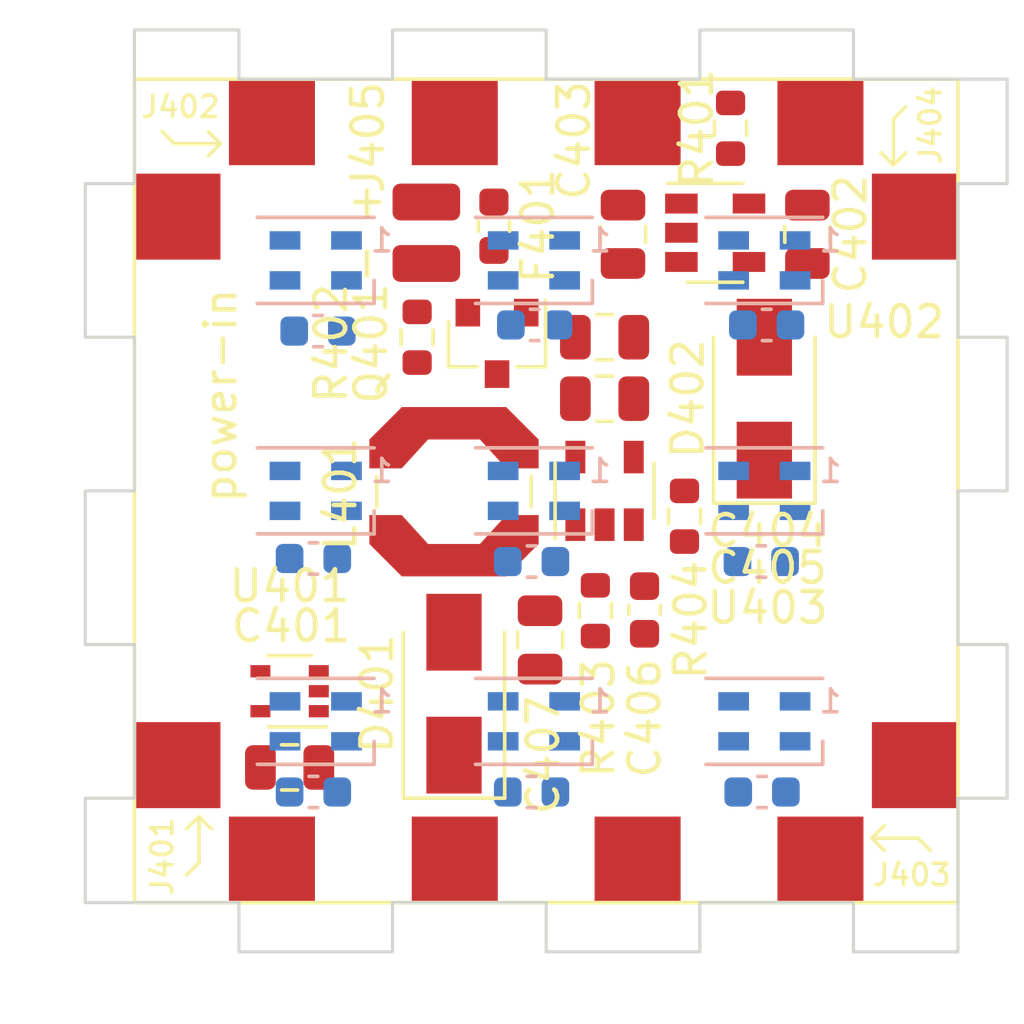
<source format=kicad_pcb>
(kicad_pcb (version 20171130) (host pcbnew 5.1.10)

  (general
    (thickness 1.6)
    (drawings 58)
    (tracks 0)
    (zones 0)
    (modules 42)
    (nets 26)
  )

  (page A4)
  (layers
    (0 F.Cu signal)
    (31 B.Cu signal)
    (32 B.Adhes user)
    (33 F.Adhes user)
    (34 B.Paste user)
    (35 F.Paste user)
    (36 B.SilkS user)
    (37 F.SilkS user)
    (38 B.Mask user)
    (39 F.Mask user)
    (40 Dwgs.User user)
    (41 Cmts.User user)
    (42 Eco1.User user)
    (43 Eco2.User user)
    (44 Edge.Cuts user)
    (45 Margin user)
    (46 B.CrtYd user)
    (47 F.CrtYd user)
    (48 B.Fab user hide)
    (49 F.Fab user hide)
  )

  (setup
    (last_trace_width 0.25)
    (trace_clearance 0.2)
    (zone_clearance 0.508)
    (zone_45_only no)
    (trace_min 0.2)
    (via_size 0.8)
    (via_drill 0.4)
    (via_min_size 0.4)
    (via_min_drill 0.3)
    (uvia_size 0.3)
    (uvia_drill 0.1)
    (uvias_allowed no)
    (uvia_min_size 0.2)
    (uvia_min_drill 0.1)
    (edge_width 0.1)
    (segment_width 0.2)
    (pcb_text_width 0.3)
    (pcb_text_size 1.5 1.5)
    (mod_edge_width 0.15)
    (mod_text_size 1 1)
    (mod_text_width 0.15)
    (pad_size 1.524 1.524)
    (pad_drill 0.762)
    (pad_to_mask_clearance 0)
    (aux_axis_origin 0 0)
    (visible_elements FFFFFF7F)
    (pcbplotparams
      (layerselection 0x010fc_ffffffff)
      (usegerberextensions false)
      (usegerberattributes true)
      (usegerberadvancedattributes true)
      (creategerberjobfile true)
      (excludeedgelayer true)
      (linewidth 0.100000)
      (plotframeref false)
      (viasonmask false)
      (mode 1)
      (useauxorigin false)
      (hpglpennumber 1)
      (hpglpenspeed 20)
      (hpglpendiameter 15.000000)
      (psnegative false)
      (psa4output false)
      (plotreference true)
      (plotvalue true)
      (plotinvisibletext false)
      (padsonsilk false)
      (subtractmaskfromsilk false)
      (outputformat 1)
      (mirror false)
      (drillshape 1)
      (scaleselection 1)
      (outputdirectory ""))
  )

  (net 0 "")
  (net 1 GND)
  (net 2 VCPU)
  (net 3 VBUS)
  (net 4 +BATT)
  (net 5 "Net-(C406-Pad2)")
  (net 6 VLED)
  (net 7 "Net-(D401-Pad2)")
  (net 8 "Net-(D701-Pad1)")
  (net 9 /LED_DIN)
  (net 10 "Net-(D702-Pad1)")
  (net 11 "Net-(D702-Pad3)")
  (net 12 "Net-(D703-Pad1)")
  (net 13 "Net-(D703-Pad3)")
  (net 14 "Net-(D704-Pad1)")
  (net 15 "Net-(D705-Pad1)")
  (net 16 "Net-(D706-Pad1)")
  (net 17 /led_substring_power/DOUT)
  (net 18 "Net-(F401-Pad1)")
  (net 19 /~VLED_EN)
  (net 20 /~CHG_ACTIVE)
  (net 21 "Net-(J403-Pad3)")
  (net 22 "Net-(R401-Pad1)")
  (net 23 "Net-(U401-Pad3)")
  (net 24 "Net-(U401-Pad1)")
  (net 25 /smps_vin)

  (net_class Default "This is the default net class."
    (clearance 0.2)
    (trace_width 0.25)
    (via_dia 0.8)
    (via_drill 0.4)
    (uvia_dia 0.3)
    (uvia_drill 0.1)
    (add_net +BATT)
    (add_net /LED_DIN)
    (add_net /led_substring_power/DOUT)
    (add_net /smps_vin)
    (add_net /~CHG_ACTIVE)
    (add_net /~VLED_EN)
    (add_net GND)
    (add_net "Net-(C406-Pad2)")
    (add_net "Net-(D401-Pad2)")
    (add_net "Net-(D701-Pad1)")
    (add_net "Net-(D702-Pad1)")
    (add_net "Net-(D702-Pad3)")
    (add_net "Net-(D703-Pad1)")
    (add_net "Net-(D703-Pad3)")
    (add_net "Net-(D704-Pad1)")
    (add_net "Net-(D705-Pad1)")
    (add_net "Net-(D706-Pad1)")
    (add_net "Net-(F401-Pad1)")
    (add_net "Net-(J403-Pad3)")
    (add_net "Net-(R401-Pad1)")
    (add_net "Net-(U401-Pad1)")
    (add_net "Net-(U401-Pad3)")
    (add_net VBUS)
    (add_net VCPU)
    (add_net VLED)
  )

  (module leddie_parts:battery_connector (layer F.Cu) (tedit 60BCAF8B) (tstamp 60BCE56F)
    (at 154.3 89.4 270)
    (descr "JST PH series connector, S2B-PH-K (http://www.jst-mfg.com/product/pdf/eng/ePH.pdf), generated with kicad-footprint-generator")
    (tags "connector JST PH top entry")
    (path /60435FAB)
    (fp_text reference J405 (at -2.1 1.9 90) (layer F.SilkS)
      (effects (font (size 1 1) (thickness 0.15)))
    )
    (fp_text value Battery (at 1.5 2.9 90) (layer F.Fab)
      (effects (font (size 1 1) (thickness 0.15)))
    )
    (fp_text user - (at 2 2 90) (layer F.SilkS)
      (effects (font (size 1 1) (thickness 0.15)))
    )
    (fp_text user + (at 0 2 90) (layer F.SilkS)
      (effects (font (size 1 1) (thickness 0.15)))
    )
    (pad 2 smd roundrect (at 2 0 270) (size 1.2 2.2) (layers F.Cu F.Paste F.Mask) (roundrect_rratio 0.208)
      (net 1 GND))
    (pad 1 smd roundrect (at 0 0 270) (size 1.2 2.2) (layers F.Cu F.Paste F.Mask) (roundrect_rratio 0.208)
      (net 18 "Net-(F401-Pad1)"))
  )

  (module Package_TO_SOT_SMD:SOT-23-5 (layer F.Cu) (tedit 5A02FF57) (tstamp 60BCAE37)
    (at 160.1 98.8 90)
    (descr "5-pin SOT23 package")
    (tags SOT-23-5)
    (path /60465C0F)
    (attr smd)
    (fp_text reference U403 (at -3.8 5.3 180) (layer F.SilkS)
      (effects (font (size 1 1) (thickness 0.15)))
    )
    (fp_text value LM2735 (at 0 2.9 90) (layer F.Fab)
      (effects (font (size 1 1) (thickness 0.15)))
    )
    (fp_line (start 0.9 -1.55) (end 0.9 1.55) (layer F.Fab) (width 0.1))
    (fp_line (start 0.9 1.55) (end -0.9 1.55) (layer F.Fab) (width 0.1))
    (fp_line (start -0.9 -0.9) (end -0.9 1.55) (layer F.Fab) (width 0.1))
    (fp_line (start 0.9 -1.55) (end -0.25 -1.55) (layer F.Fab) (width 0.1))
    (fp_line (start -0.9 -0.9) (end -0.25 -1.55) (layer F.Fab) (width 0.1))
    (fp_line (start -1.9 1.8) (end -1.9 -1.8) (layer F.CrtYd) (width 0.05))
    (fp_line (start 1.9 1.8) (end -1.9 1.8) (layer F.CrtYd) (width 0.05))
    (fp_line (start 1.9 -1.8) (end 1.9 1.8) (layer F.CrtYd) (width 0.05))
    (fp_line (start -1.9 -1.8) (end 1.9 -1.8) (layer F.CrtYd) (width 0.05))
    (fp_line (start 0.9 -1.61) (end -1.55 -1.61) (layer F.SilkS) (width 0.12))
    (fp_line (start -0.9 1.61) (end 0.9 1.61) (layer F.SilkS) (width 0.12))
    (fp_text user %R (at 0 0) (layer F.Fab)
      (effects (font (size 0.5 0.5) (thickness 0.075)))
    )
    (pad 5 smd rect (at 1.1 -0.95 90) (size 1.06 0.65) (layers F.Cu F.Paste F.Mask)
      (net 25 /smps_vin))
    (pad 4 smd rect (at 1.1 0.95 90) (size 1.06 0.65) (layers F.Cu F.Paste F.Mask)
      (net 25 /smps_vin))
    (pad 3 smd rect (at -1.1 0.95 90) (size 1.06 0.65) (layers F.Cu F.Paste F.Mask)
      (net 5 "Net-(C406-Pad2)"))
    (pad 2 smd rect (at -1.1 0 90) (size 1.06 0.65) (layers F.Cu F.Paste F.Mask)
      (net 1 GND))
    (pad 1 smd rect (at -1.1 -0.95 90) (size 1.06 0.65) (layers F.Cu F.Paste F.Mask)
      (net 7 "Net-(D401-Pad2)"))
    (model ${KISYS3DMOD}/Package_TO_SOT_SMD.3dshapes/SOT-23-5.wrl
      (at (xyz 0 0 0))
      (scale (xyz 1 1 1))
      (rotate (xyz 0 0 0))
    )
  )

  (module Package_TO_SOT_SMD:SOT-23-5 (layer F.Cu) (tedit 5A02FF57) (tstamp 60BCAE22)
    (at 163.7 90.4)
    (descr "5-pin SOT23 package")
    (tags SOT-23-5)
    (path /604354DC)
    (attr smd)
    (fp_text reference U402 (at 5.5 2.9) (layer F.SilkS)
      (effects (font (size 1 1) (thickness 0.15)))
    )
    (fp_text value MCP73832-2 (at 0 2.9) (layer F.Fab)
      (effects (font (size 1 1) (thickness 0.15)))
    )
    (fp_line (start 0.9 -1.55) (end 0.9 1.55) (layer F.Fab) (width 0.1))
    (fp_line (start 0.9 1.55) (end -0.9 1.55) (layer F.Fab) (width 0.1))
    (fp_line (start -0.9 -0.9) (end -0.9 1.55) (layer F.Fab) (width 0.1))
    (fp_line (start 0.9 -1.55) (end -0.25 -1.55) (layer F.Fab) (width 0.1))
    (fp_line (start -0.9 -0.9) (end -0.25 -1.55) (layer F.Fab) (width 0.1))
    (fp_line (start -1.9 1.8) (end -1.9 -1.8) (layer F.CrtYd) (width 0.05))
    (fp_line (start 1.9 1.8) (end -1.9 1.8) (layer F.CrtYd) (width 0.05))
    (fp_line (start 1.9 -1.8) (end 1.9 1.8) (layer F.CrtYd) (width 0.05))
    (fp_line (start -1.9 -1.8) (end 1.9 -1.8) (layer F.CrtYd) (width 0.05))
    (fp_line (start 0.9 -1.61) (end -1.55 -1.61) (layer F.SilkS) (width 0.12))
    (fp_line (start -0.9 1.61) (end 0.9 1.61) (layer F.SilkS) (width 0.12))
    (fp_text user %R (at 0 0 90) (layer F.Fab)
      (effects (font (size 0.5 0.5) (thickness 0.075)))
    )
    (pad 5 smd rect (at 1.1 -0.95) (size 1.06 0.65) (layers F.Cu F.Paste F.Mask)
      (net 22 "Net-(R401-Pad1)"))
    (pad 4 smd rect (at 1.1 0.95) (size 1.06 0.65) (layers F.Cu F.Paste F.Mask)
      (net 3 VBUS))
    (pad 3 smd rect (at -1.1 0.95) (size 1.06 0.65) (layers F.Cu F.Paste F.Mask)
      (net 4 +BATT))
    (pad 2 smd rect (at -1.1 0) (size 1.06 0.65) (layers F.Cu F.Paste F.Mask)
      (net 1 GND))
    (pad 1 smd rect (at -1.1 -0.95) (size 1.06 0.65) (layers F.Cu F.Paste F.Mask)
      (net 20 /~CHG_ACTIVE))
    (model ${KISYS3DMOD}/Package_TO_SOT_SMD.3dshapes/SOT-23-5.wrl
      (at (xyz 0 0 0))
      (scale (xyz 1 1 1))
      (rotate (xyz 0 0 0))
    )
  )

  (module Package_TO_SOT_SMD:SOT-353_SC-70-5 (layer F.Cu) (tedit 5A02FF57) (tstamp 60BCAE0D)
    (at 149.85 105.32 180)
    (descr "SOT-353, SC-70-5")
    (tags "SOT-353 SC-70-5")
    (path /605A11F4)
    (attr smd)
    (fp_text reference U401 (at 0 3.42) (layer F.SilkS)
      (effects (font (size 1 1) (thickness 0.15)))
    )
    (fp_text value TPS71533__SC70 (at 0 2 180) (layer F.Fab)
      (effects (font (size 1 1) (thickness 0.15)))
    )
    (fp_line (start -0.175 -1.1) (end -0.675 -0.6) (layer F.Fab) (width 0.1))
    (fp_line (start 0.675 1.1) (end -0.675 1.1) (layer F.Fab) (width 0.1))
    (fp_line (start 0.675 -1.1) (end 0.675 1.1) (layer F.Fab) (width 0.1))
    (fp_line (start -1.6 1.4) (end 1.6 1.4) (layer F.CrtYd) (width 0.05))
    (fp_line (start -0.675 -0.6) (end -0.675 1.1) (layer F.Fab) (width 0.1))
    (fp_line (start 0.675 -1.1) (end -0.175 -1.1) (layer F.Fab) (width 0.1))
    (fp_line (start -1.6 -1.4) (end 1.6 -1.4) (layer F.CrtYd) (width 0.05))
    (fp_line (start -1.6 -1.4) (end -1.6 1.4) (layer F.CrtYd) (width 0.05))
    (fp_line (start 1.6 1.4) (end 1.6 -1.4) (layer F.CrtYd) (width 0.05))
    (fp_line (start -0.7 1.16) (end 0.7 1.16) (layer F.SilkS) (width 0.12))
    (fp_line (start 0.7 -1.16) (end -1.2 -1.16) (layer F.SilkS) (width 0.12))
    (fp_text user %R (at 0 0 90) (layer F.Fab)
      (effects (font (size 0.5 0.5) (thickness 0.075)))
    )
    (pad 5 smd rect (at 0.95 -0.65 180) (size 0.65 0.4) (layers F.Cu F.Paste F.Mask)
      (net 2 VCPU))
    (pad 4 smd rect (at 0.95 0.65 180) (size 0.65 0.4) (layers F.Cu F.Paste F.Mask)
      (net 4 +BATT))
    (pad 2 smd rect (at -0.95 0 180) (size 0.65 0.4) (layers F.Cu F.Paste F.Mask)
      (net 1 GND))
    (pad 3 smd rect (at -0.95 0.65 180) (size 0.65 0.4) (layers F.Cu F.Paste F.Mask)
      (net 23 "Net-(U401-Pad3)"))
    (pad 1 smd rect (at -0.95 -0.65 180) (size 0.65 0.4) (layers F.Cu F.Paste F.Mask)
      (net 24 "Net-(U401-Pad1)"))
    (model ${KISYS3DMOD}/Package_TO_SOT_SMD.3dshapes/SOT-353_SC-70-5.wrl
      (at (xyz 0 0 0))
      (scale (xyz 1 1 1))
      (rotate (xyz 0 0 0))
    )
  )

  (module Resistor_SMD:R_0603_1608Metric (layer F.Cu) (tedit 5F68FEEE) (tstamp 60BCADF8)
    (at 162.7 99.625 90)
    (descr "Resistor SMD 0603 (1608 Metric), square (rectangular) end terminal, IPC_7351 nominal, (Body size source: IPC-SM-782 page 72, https://www.pcb-3d.com/wordpress/wp-content/uploads/ipc-sm-782a_amendment_1_and_2.pdf), generated with kicad-footprint-generator")
    (tags resistor)
    (path /6046A4BC)
    (attr smd)
    (fp_text reference R404 (at -3.375 0.2 90) (layer F.SilkS)
      (effects (font (size 1 1) (thickness 0.15)))
    )
    (fp_text value 10k (at 0 1.43 90) (layer F.Fab)
      (effects (font (size 1 1) (thickness 0.15)))
    )
    (fp_line (start 1.48 0.73) (end -1.48 0.73) (layer F.CrtYd) (width 0.05))
    (fp_line (start 1.48 -0.73) (end 1.48 0.73) (layer F.CrtYd) (width 0.05))
    (fp_line (start -1.48 -0.73) (end 1.48 -0.73) (layer F.CrtYd) (width 0.05))
    (fp_line (start -1.48 0.73) (end -1.48 -0.73) (layer F.CrtYd) (width 0.05))
    (fp_line (start -0.237258 0.5225) (end 0.237258 0.5225) (layer F.SilkS) (width 0.12))
    (fp_line (start -0.237258 -0.5225) (end 0.237258 -0.5225) (layer F.SilkS) (width 0.12))
    (fp_line (start 0.8 0.4125) (end -0.8 0.4125) (layer F.Fab) (width 0.1))
    (fp_line (start 0.8 -0.4125) (end 0.8 0.4125) (layer F.Fab) (width 0.1))
    (fp_line (start -0.8 -0.4125) (end 0.8 -0.4125) (layer F.Fab) (width 0.1))
    (fp_line (start -0.8 0.4125) (end -0.8 -0.4125) (layer F.Fab) (width 0.1))
    (fp_text user %R (at 0 0 90) (layer F.Fab)
      (effects (font (size 0.4 0.4) (thickness 0.06)))
    )
    (pad 2 smd roundrect (at 0.825 0 90) (size 0.8 0.95) (layers F.Cu F.Paste F.Mask) (roundrect_rratio 0.25)
      (net 1 GND))
    (pad 1 smd roundrect (at -0.825 0 90) (size 0.8 0.95) (layers F.Cu F.Paste F.Mask) (roundrect_rratio 0.25)
      (net 5 "Net-(C406-Pad2)"))
    (model ${KISYS3DMOD}/Resistor_SMD.3dshapes/R_0603_1608Metric.wrl
      (at (xyz 0 0 0))
      (scale (xyz 1 1 1))
      (rotate (xyz 0 0 0))
    )
  )

  (module Resistor_SMD:R_0603_1608Metric (layer F.Cu) (tedit 5F68FEEE) (tstamp 60BCADE7)
    (at 159.8 102.7 90)
    (descr "Resistor SMD 0603 (1608 Metric), square (rectangular) end terminal, IPC_7351 nominal, (Body size source: IPC-SM-782 page 72, https://www.pcb-3d.com/wordpress/wp-content/uploads/ipc-sm-782a_amendment_1_and_2.pdf), generated with kicad-footprint-generator")
    (tags resistor)
    (path /6046A01E)
    (attr smd)
    (fp_text reference R403 (at -3.5 0.1 90) (layer F.SilkS)
      (effects (font (size 1 1) (thickness 0.15)))
    )
    (fp_text value 26k (at 0 1.43 90) (layer F.Fab)
      (effects (font (size 1 1) (thickness 0.15)))
    )
    (fp_line (start 1.48 0.73) (end -1.48 0.73) (layer F.CrtYd) (width 0.05))
    (fp_line (start 1.48 -0.73) (end 1.48 0.73) (layer F.CrtYd) (width 0.05))
    (fp_line (start -1.48 -0.73) (end 1.48 -0.73) (layer F.CrtYd) (width 0.05))
    (fp_line (start -1.48 0.73) (end -1.48 -0.73) (layer F.CrtYd) (width 0.05))
    (fp_line (start -0.237258 0.5225) (end 0.237258 0.5225) (layer F.SilkS) (width 0.12))
    (fp_line (start -0.237258 -0.5225) (end 0.237258 -0.5225) (layer F.SilkS) (width 0.12))
    (fp_line (start 0.8 0.4125) (end -0.8 0.4125) (layer F.Fab) (width 0.1))
    (fp_line (start 0.8 -0.4125) (end 0.8 0.4125) (layer F.Fab) (width 0.1))
    (fp_line (start -0.8 -0.4125) (end 0.8 -0.4125) (layer F.Fab) (width 0.1))
    (fp_line (start -0.8 0.4125) (end -0.8 -0.4125) (layer F.Fab) (width 0.1))
    (fp_text user %R (at 0 0 90) (layer F.Fab)
      (effects (font (size 0.4 0.4) (thickness 0.06)))
    )
    (pad 2 smd roundrect (at 0.825 0 90) (size 0.8 0.95) (layers F.Cu F.Paste F.Mask) (roundrect_rratio 0.25)
      (net 5 "Net-(C406-Pad2)"))
    (pad 1 smd roundrect (at -0.825 0 90) (size 0.8 0.95) (layers F.Cu F.Paste F.Mask) (roundrect_rratio 0.25)
      (net 6 VLED))
    (model ${KISYS3DMOD}/Resistor_SMD.3dshapes/R_0603_1608Metric.wrl
      (at (xyz 0 0 0))
      (scale (xyz 1 1 1))
      (rotate (xyz 0 0 0))
    )
  )

  (module Resistor_SMD:R_0603_1608Metric (layer F.Cu) (tedit 5F68FEEE) (tstamp 60BCADD6)
    (at 154 93.8 90)
    (descr "Resistor SMD 0603 (1608 Metric), square (rectangular) end terminal, IPC_7351 nominal, (Body size source: IPC-SM-782 page 72, https://www.pcb-3d.com/wordpress/wp-content/uploads/ipc-sm-782a_amendment_1_and_2.pdf), generated with kicad-footprint-generator")
    (tags resistor)
    (path /604F2B02)
    (attr smd)
    (fp_text reference R402 (at -0.2 -2.8 90) (layer F.SilkS)
      (effects (font (size 1 1) (thickness 0.15)))
    )
    (fp_text value 10k (at 0 1.43 90) (layer F.Fab)
      (effects (font (size 1 1) (thickness 0.15)))
    )
    (fp_line (start 1.48 0.73) (end -1.48 0.73) (layer F.CrtYd) (width 0.05))
    (fp_line (start 1.48 -0.73) (end 1.48 0.73) (layer F.CrtYd) (width 0.05))
    (fp_line (start -1.48 -0.73) (end 1.48 -0.73) (layer F.CrtYd) (width 0.05))
    (fp_line (start -1.48 0.73) (end -1.48 -0.73) (layer F.CrtYd) (width 0.05))
    (fp_line (start -0.237258 0.5225) (end 0.237258 0.5225) (layer F.SilkS) (width 0.12))
    (fp_line (start -0.237258 -0.5225) (end 0.237258 -0.5225) (layer F.SilkS) (width 0.12))
    (fp_line (start 0.8 0.4125) (end -0.8 0.4125) (layer F.Fab) (width 0.1))
    (fp_line (start 0.8 -0.4125) (end 0.8 0.4125) (layer F.Fab) (width 0.1))
    (fp_line (start -0.8 -0.4125) (end 0.8 -0.4125) (layer F.Fab) (width 0.1))
    (fp_line (start -0.8 0.4125) (end -0.8 -0.4125) (layer F.Fab) (width 0.1))
    (fp_text user %R (at 0 0 90) (layer F.Fab)
      (effects (font (size 0.4 0.4) (thickness 0.06)))
    )
    (pad 2 smd roundrect (at 0.825 0 90) (size 0.8 0.95) (layers F.Cu F.Paste F.Mask) (roundrect_rratio 0.25)
      (net 4 +BATT))
    (pad 1 smd roundrect (at -0.825 0 90) (size 0.8 0.95) (layers F.Cu F.Paste F.Mask) (roundrect_rratio 0.25)
      (net 19 /~VLED_EN))
    (model ${KISYS3DMOD}/Resistor_SMD.3dshapes/R_0603_1608Metric.wrl
      (at (xyz 0 0 0))
      (scale (xyz 1 1 1))
      (rotate (xyz 0 0 0))
    )
  )

  (module Resistor_SMD:R_0603_1608Metric (layer F.Cu) (tedit 5F68FEEE) (tstamp 60BCD1DF)
    (at 164.2 87 90)
    (descr "Resistor SMD 0603 (1608 Metric), square (rectangular) end terminal, IPC_7351 nominal, (Body size source: IPC-SM-782 page 72, https://www.pcb-3d.com/wordpress/wp-content/uploads/ipc-sm-782a_amendment_1_and_2.pdf), generated with kicad-footprint-generator")
    (tags resistor)
    (path /6043E48C)
    (attr smd)
    (fp_text reference R401 (at 0 -1.1 90) (layer F.SilkS)
      (effects (font (size 1 1) (thickness 0.15)))
    )
    (fp_text value 4k7 (at 0 1.43 90) (layer F.Fab)
      (effects (font (size 1 1) (thickness 0.15)))
    )
    (fp_line (start 1.48 0.73) (end -1.48 0.73) (layer F.CrtYd) (width 0.05))
    (fp_line (start 1.48 -0.73) (end 1.48 0.73) (layer F.CrtYd) (width 0.05))
    (fp_line (start -1.48 -0.73) (end 1.48 -0.73) (layer F.CrtYd) (width 0.05))
    (fp_line (start -1.48 0.73) (end -1.48 -0.73) (layer F.CrtYd) (width 0.05))
    (fp_line (start -0.237258 0.5225) (end 0.237258 0.5225) (layer F.SilkS) (width 0.12))
    (fp_line (start -0.237258 -0.5225) (end 0.237258 -0.5225) (layer F.SilkS) (width 0.12))
    (fp_line (start 0.8 0.4125) (end -0.8 0.4125) (layer F.Fab) (width 0.1))
    (fp_line (start 0.8 -0.4125) (end 0.8 0.4125) (layer F.Fab) (width 0.1))
    (fp_line (start -0.8 -0.4125) (end 0.8 -0.4125) (layer F.Fab) (width 0.1))
    (fp_line (start -0.8 0.4125) (end -0.8 -0.4125) (layer F.Fab) (width 0.1))
    (fp_text user %R (at 0 0 90) (layer F.Fab)
      (effects (font (size 0.4 0.4) (thickness 0.06)))
    )
    (pad 2 smd roundrect (at 0.825 0 90) (size 0.8 0.95) (layers F.Cu F.Paste F.Mask) (roundrect_rratio 0.25)
      (net 1 GND))
    (pad 1 smd roundrect (at -0.825 0 90) (size 0.8 0.95) (layers F.Cu F.Paste F.Mask) (roundrect_rratio 0.25)
      (net 22 "Net-(R401-Pad1)"))
    (model ${KISYS3DMOD}/Resistor_SMD.3dshapes/R_0603_1608Metric.wrl
      (at (xyz 0 0 0))
      (scale (xyz 1 1 1))
      (rotate (xyz 0 0 0))
    )
  )

  (module Package_TO_SOT_SMD:SOT-23 (layer F.Cu) (tedit 5A02FF57) (tstamp 60BCADB4)
    (at 156.6 94 270)
    (descr "SOT-23, Standard")
    (tags SOT-23)
    (path /6050E25F)
    (attr smd)
    (fp_text reference Q401 (at 0 4.1 90) (layer F.SilkS)
      (effects (font (size 1 1) (thickness 0.15)))
    )
    (fp_text value NTR4171P (at 0 2.5 90) (layer F.Fab)
      (effects (font (size 1 1) (thickness 0.15)))
    )
    (fp_line (start 0.76 1.58) (end -0.7 1.58) (layer F.SilkS) (width 0.12))
    (fp_line (start 0.76 -1.58) (end -1.4 -1.58) (layer F.SilkS) (width 0.12))
    (fp_line (start -1.7 1.75) (end -1.7 -1.75) (layer F.CrtYd) (width 0.05))
    (fp_line (start 1.7 1.75) (end -1.7 1.75) (layer F.CrtYd) (width 0.05))
    (fp_line (start 1.7 -1.75) (end 1.7 1.75) (layer F.CrtYd) (width 0.05))
    (fp_line (start -1.7 -1.75) (end 1.7 -1.75) (layer F.CrtYd) (width 0.05))
    (fp_line (start 0.76 -1.58) (end 0.76 -0.65) (layer F.SilkS) (width 0.12))
    (fp_line (start 0.76 1.58) (end 0.76 0.65) (layer F.SilkS) (width 0.12))
    (fp_line (start -0.7 1.52) (end 0.7 1.52) (layer F.Fab) (width 0.1))
    (fp_line (start 0.7 -1.52) (end 0.7 1.52) (layer F.Fab) (width 0.1))
    (fp_line (start -0.7 -0.95) (end -0.15 -1.52) (layer F.Fab) (width 0.1))
    (fp_line (start -0.15 -1.52) (end 0.7 -1.52) (layer F.Fab) (width 0.1))
    (fp_line (start -0.7 -0.95) (end -0.7 1.5) (layer F.Fab) (width 0.1))
    (fp_text user %R (at 0 0) (layer F.Fab)
      (effects (font (size 0.5 0.5) (thickness 0.075)))
    )
    (pad 3 smd rect (at 1 0 270) (size 0.9 0.8) (layers F.Cu F.Paste F.Mask)
      (net 25 /smps_vin))
    (pad 2 smd rect (at -1 0.95 270) (size 0.9 0.8) (layers F.Cu F.Paste F.Mask)
      (net 4 +BATT))
    (pad 1 smd rect (at -1 -0.95 270) (size 0.9 0.8) (layers F.Cu F.Paste F.Mask)
      (net 19 /~VLED_EN))
    (model ${KISYS3DMOD}/Package_TO_SOT_SMD.3dshapes/SOT-23.wrl
      (at (xyz 0 0 0))
      (scale (xyz 1 1 1))
      (rotate (xyz 0 0 0))
    )
  )

  (module Inductor_SMD:L_Coilcraft_LPS5030 (layer F.Cu) (tedit 5C4CB0C4) (tstamp 60BCAD9F)
    (at 155.2 98.8275 270)
    (descr "Shielded Power Inductor SMD, Coilcraft LPS5030, https://www.coilcraft.com/pdfs/lps5030.pdf, StepUp generated footprint")
    (tags inductor)
    (path /60467AC9)
    (attr smd)
    (fp_text reference L401 (at 0.0725 3.7 90) (layer F.SilkS)
      (effects (font (size 1 1) (thickness 0.15)))
    )
    (fp_text value 33u (at 0 3.8 90) (layer F.Fab)
      (effects (font (size 0.8 0.8) (thickness 0.12)))
    )
    (fp_line (start -3.01 1.8) (end -3.01 -1.8) (layer F.CrtYd) (width 0.05))
    (fp_line (start -1.8 3.01) (end -3.01 1.8) (layer F.CrtYd) (width 0.05))
    (fp_line (start 1.8 3.01) (end -1.8 3.01) (layer F.CrtYd) (width 0.05))
    (fp_line (start 3.01 1.8) (end 1.8 3.01) (layer F.CrtYd) (width 0.05))
    (fp_line (start 3.01 -1.8) (end 3.01 1.8) (layer F.CrtYd) (width 0.05))
    (fp_line (start 1.8 -3.01) (end 3.01 -1.8) (layer F.CrtYd) (width 0.05))
    (fp_line (start -1.8 -3.01) (end 1.8 -3.01) (layer F.CrtYd) (width 0.05))
    (fp_line (start -3.01 -1.8) (end -1.8 -3.01) (layer F.CrtYd) (width 0.05))
    (fp_line (start -2.4 1.4) (end -1.4 2.4) (layer F.Fab) (width 0.1))
    (fp_line (start 2.4 1.4) (end 1.4 2.4) (layer F.Fab) (width 0.1))
    (fp_line (start 1.4 -2.4) (end 2.4 -1.4) (layer F.Fab) (width 0.1))
    (fp_line (start -2.4 -1.4) (end -1.4 -2.4) (layer F.Fab) (width 0.1))
    (fp_line (start -2.4 1.4) (end -2.4 -1.4) (layer F.Fab) (width 0.1))
    (fp_line (start 1.4 2.4) (end -1.4 2.4) (layer F.Fab) (width 0.1))
    (fp_line (start 2.4 -1.4) (end 2.4 1.4) (layer F.Fab) (width 0.1))
    (fp_line (start -1.4 -2.4) (end 1.4 -2.4) (layer F.Fab) (width 0.1))
    (fp_line (start -0.5 2.51) (end 0.5 2.51) (layer F.SilkS) (width 0.12))
    (fp_line (start -0.5 -2.51) (end 0.5 -2.51) (layer F.SilkS) (width 0.12))
    (fp_text user %R (at 0 0 90) (layer F.Fab)
      (effects (font (size 1 1) (thickness 0.15)))
    )
    (pad 2 smd custom (at 2.2275 0 270) (size 1.055 3.4) (layers F.Cu F.Paste F.Mask)
      (net 7 "Net-(D401-Pad2)") (zone_connect 2)
      (options (clearance outline) (anchor rect))
      (primitives
        (gr_poly (pts
           (xy -1.4675 -1.7) (xy -0.5275 -0.8445) (xy -0.5275 0.8445) (xy -1.4675 1.7) (xy -1.4675 2.755)
           (xy -0.5275 2.755) (xy 0.5275 1.7) (xy 0.5275 -1.7) (xy -0.5275 -2.755) (xy -1.4675 -2.755)
) (width 0))
      ))
    (pad 1 smd custom (at -2.2275 0 270) (size 1.055 3.4) (layers F.Cu F.Paste F.Mask)
      (net 25 /smps_vin) (zone_connect 2)
      (options (clearance outline) (anchor rect))
      (primitives
        (gr_poly (pts
           (xy 1.4675 -1.7) (xy 0.5275 -0.8445) (xy 0.5275 0.8445) (xy 1.4675 1.7) (xy 1.4675 2.755)
           (xy 0.5275 2.755) (xy -0.5275 1.7) (xy -0.5275 -1.7) (xy 0.5275 -2.755) (xy 1.4675 -2.755)
) (width 0))
      ))
    (model ${KISYS3DMOD}/Inductor_SMD.3dshapes/L_Coilcraft_LPS5030.wrl
      (at (xyz 0 0 0))
      (scale (xyz 1 1 1))
      (rotate (xyz 0 0 0))
    )
  )

  (module leddie_parts:leddie_edgecon_lim (layer F.Cu) (tedit 604DDF45) (tstamp 60BCB5F8)
    (at 170.1 98.8)
    (path /60674455)
    (fp_text reference J404 (at 0.6 -11.9 90) (layer F.SilkS)
      (effects (font (size 0.7 0.7) (thickness 0.12)))
    )
    (fp_text value edgecon_right (at 2.5 6.3 90) (layer F.Fab)
      (effects (font (size 1 1) (thickness 0.15)))
    )
    (fp_line (start -0.6 -10.6) (end -0.2 -11) (layer F.SilkS) (width 0.12))
    (fp_line (start -0.6 -10.6) (end -1 -11) (layer F.SilkS) (width 0.12))
    (fp_line (start -0.6 -12.1) (end -0.6 -10.6) (layer F.SilkS) (width 0.12))
    (fp_line (start -0.2 -12.5) (end -0.6 -12.1) (layer F.SilkS) (width 0.12))
    (fp_line (start 1.5 -13.4) (end 1.5 13.4) (layer F.SilkS) (width 0.12))
    (fp_line (start 1.3 -13.4) (end 1.3 -10.4) (layer Cmts.User) (width 0.12))
    (fp_line (start 1.2 -10.4) (end 1.2 -7.45) (layer Cmts.User) (width 0.12))
    (fp_line (start 1.3 -7.45) (end 1.3 -4.45) (layer Cmts.User) (width 0.12))
    (fp_text user "2.95 mm pad, 3 mm spacing" (at 4.3 2.1 90) (layer Cmts.User) hide
      (effects (font (size 1 1) (thickness 0.15)))
    )
    (pad 4 smd rect (at 0.1 8.925) (size 2.8 2.8) (layers F.Cu F.Paste F.Mask)
      (net 1 GND))
    (pad 1 smd rect (at 0.1 -8.925) (size 2.8 2.8) (layers F.Cu F.Paste F.Mask)
      (net 3 VBUS))
  )

  (module leddie_parts:leddie_edgecon (layer F.Cu) (tedit 604DCD87) (tstamp 60BCAD48)
    (at 158.2 110.7 270)
    (path /60674467)
    (fp_text reference J403 (at 0.6 -11.9) (layer F.SilkS)
      (effects (font (size 0.7 0.7) (thickness 0.12)))
    )
    (fp_text value edgecon_bottom (at 2.5 7.6) (layer F.Fab)
      (effects (font (size 1 1) (thickness 0.15)))
    )
    (fp_line (start -0.6 -10.6) (end -0.2 -11) (layer F.SilkS) (width 0.12))
    (fp_line (start -0.6 -10.6) (end -1 -11) (layer F.SilkS) (width 0.12))
    (fp_line (start -0.6 -12.1) (end -0.6 -10.6) (layer F.SilkS) (width 0.12))
    (fp_line (start -0.2 -12.5) (end -0.6 -12.1) (layer F.SilkS) (width 0.12))
    (fp_line (start 1.5 -13.4) (end 1.5 13.4) (layer F.SilkS) (width 0.12))
    (fp_line (start 1.3 -13.4) (end 1.3 -10.4) (layer Cmts.User) (width 0.12))
    (fp_line (start 1.2 -10.4) (end 1.2 -7.45) (layer Cmts.User) (width 0.12))
    (fp_line (start 1.3 -7.45) (end 1.3 -4.45) (layer Cmts.User) (width 0.12))
    (fp_text user "2.95 mm pad, 3 mm spacing" (at 4.3 2.1) (layer Cmts.User) hide
      (effects (font (size 1 1) (thickness 0.15)))
    )
    (pad 3 smd rect (at 0.1 2.975 270) (size 2.8 2.8) (layers F.Cu F.Paste F.Mask)
      (net 21 "Net-(J403-Pad3)"))
    (pad 4 smd rect (at 0.1 8.925 270) (size 2.8 2.8) (layers F.Cu F.Paste F.Mask)
      (net 1 GND))
    (pad 2 smd rect (at 0.1 -2.975 270) (size 2.8 2.8) (layers F.Cu F.Paste F.Mask)
      (net 9 /LED_DIN))
    (pad 1 smd rect (at 0.1 -8.925 270) (size 2.8 2.8) (layers F.Cu F.Paste F.Mask)
      (net 6 VLED))
  )

  (module leddie_parts:leddie_edgecon (layer F.Cu) (tedit 604DCD87) (tstamp 60BCAD37)
    (at 158.2 86.9 90)
    (path /6067445B)
    (fp_text reference J402 (at 0.6 -11.9) (layer F.SilkS)
      (effects (font (size 0.7 0.7) (thickness 0.12)))
    )
    (fp_text value edgecon_top (at 2.5 7.6) (layer F.Fab)
      (effects (font (size 1 1) (thickness 0.15)))
    )
    (fp_line (start -0.6 -10.6) (end -0.2 -11) (layer F.SilkS) (width 0.12))
    (fp_line (start -0.6 -10.6) (end -1 -11) (layer F.SilkS) (width 0.12))
    (fp_line (start -0.6 -12.1) (end -0.6 -10.6) (layer F.SilkS) (width 0.12))
    (fp_line (start -0.2 -12.5) (end -0.6 -12.1) (layer F.SilkS) (width 0.12))
    (fp_line (start 1.5 -13.4) (end 1.5 13.4) (layer F.SilkS) (width 0.12))
    (fp_line (start 1.3 -13.4) (end 1.3 -10.4) (layer Cmts.User) (width 0.12))
    (fp_line (start 1.2 -10.4) (end 1.2 -7.45) (layer Cmts.User) (width 0.12))
    (fp_line (start 1.3 -7.45) (end 1.3 -4.45) (layer Cmts.User) (width 0.12))
    (fp_text user "2.95 mm pad, 3 mm spacing" (at 4.3 2.1) (layer Cmts.User) hide
      (effects (font (size 1 1) (thickness 0.15)))
    )
    (pad 3 smd rect (at 0.1 2.975 90) (size 2.8 2.8) (layers F.Cu F.Paste F.Mask)
      (net 19 /~VLED_EN))
    (pad 4 smd rect (at 0.1 8.925 90) (size 2.8 2.8) (layers F.Cu F.Paste F.Mask)
      (net 1 GND))
    (pad 2 smd rect (at 0.1 -2.975 90) (size 2.8 2.8) (layers F.Cu F.Paste F.Mask)
      (net 20 /~CHG_ACTIVE))
    (pad 1 smd rect (at 0.1 -8.925 90) (size 2.8 2.8) (layers F.Cu F.Paste F.Mask)
      (net 4 +BATT))
  )

  (module leddie_parts:leddie_edgecon_lim (layer F.Cu) (tedit 604DDF45) (tstamp 60BCAD26)
    (at 146.3 98.8 180)
    (path /60674461)
    (fp_text reference J401 (at 0.6 -11.9 90) (layer F.SilkS)
      (effects (font (size 0.7 0.7) (thickness 0.12)))
    )
    (fp_text value edgecon_left (at 2.5 6.3 90) (layer F.Fab)
      (effects (font (size 1 1) (thickness 0.15)))
    )
    (fp_line (start -0.6 -10.6) (end -0.2 -11) (layer F.SilkS) (width 0.12))
    (fp_line (start -0.6 -10.6) (end -1 -11) (layer F.SilkS) (width 0.12))
    (fp_line (start -0.6 -12.1) (end -0.6 -10.6) (layer F.SilkS) (width 0.12))
    (fp_line (start -0.2 -12.5) (end -0.6 -12.1) (layer F.SilkS) (width 0.12))
    (fp_line (start 1.5 -13.4) (end 1.5 13.4) (layer F.SilkS) (width 0.12))
    (fp_line (start 1.3 -13.4) (end 1.3 -10.4) (layer Cmts.User) (width 0.12))
    (fp_line (start 1.2 -10.4) (end 1.2 -7.45) (layer Cmts.User) (width 0.12))
    (fp_line (start 1.3 -7.45) (end 1.3 -4.45) (layer Cmts.User) (width 0.12))
    (fp_text user "2.95 mm pad, 3 mm spacing" (at 4.3 2.1 90) (layer Cmts.User) hide
      (effects (font (size 1 1) (thickness 0.15)))
    )
    (pad 4 smd rect (at 0.1 8.925 180) (size 2.8 2.8) (layers F.Cu F.Paste F.Mask)
      (net 1 GND))
    (pad 1 smd rect (at 0.1 -8.925 180) (size 2.8 2.8) (layers F.Cu F.Paste F.Mask)
      (net 2 VCPU))
  )

  (module Fuse:Fuse_0603_1608Metric (layer F.Cu) (tedit 5F68FEF1) (tstamp 60BCE58D)
    (at 156.5 90.1875 270)
    (descr "Fuse SMD 0603 (1608 Metric), square (rectangular) end terminal, IPC_7351 nominal, (Body size source: http://www.tortai-tech.com/upload/download/2011102023233369053.pdf), generated with kicad-footprint-generator")
    (tags fuse)
    (path /6045FD58)
    (attr smd)
    (fp_text reference F401 (at 0 -1.43 90) (layer F.SilkS)
      (effects (font (size 1 1) (thickness 0.15)))
    )
    (fp_text value 2.5A (at 0 1.43 90) (layer F.Fab)
      (effects (font (size 1 1) (thickness 0.15)))
    )
    (fp_line (start 1.48 0.73) (end -1.48 0.73) (layer F.CrtYd) (width 0.05))
    (fp_line (start 1.48 -0.73) (end 1.48 0.73) (layer F.CrtYd) (width 0.05))
    (fp_line (start -1.48 -0.73) (end 1.48 -0.73) (layer F.CrtYd) (width 0.05))
    (fp_line (start -1.48 0.73) (end -1.48 -0.73) (layer F.CrtYd) (width 0.05))
    (fp_line (start -0.162779 0.51) (end 0.162779 0.51) (layer F.SilkS) (width 0.12))
    (fp_line (start -0.162779 -0.51) (end 0.162779 -0.51) (layer F.SilkS) (width 0.12))
    (fp_line (start 0.8 0.4) (end -0.8 0.4) (layer F.Fab) (width 0.1))
    (fp_line (start 0.8 -0.4) (end 0.8 0.4) (layer F.Fab) (width 0.1))
    (fp_line (start -0.8 -0.4) (end 0.8 -0.4) (layer F.Fab) (width 0.1))
    (fp_line (start -0.8 0.4) (end -0.8 -0.4) (layer F.Fab) (width 0.1))
    (fp_text user %R (at 0 0 90) (layer F.Fab)
      (effects (font (size 0.4 0.4) (thickness 0.06)))
    )
    (pad 2 smd roundrect (at 0.7875 0 270) (size 0.875 0.95) (layers F.Cu F.Paste F.Mask) (roundrect_rratio 0.25)
      (net 4 +BATT))
    (pad 1 smd roundrect (at -0.7875 0 270) (size 0.875 0.95) (layers F.Cu F.Paste F.Mask) (roundrect_rratio 0.25)
      (net 18 "Net-(F401-Pad1)"))
    (model ${KISYS3DMOD}/Fuse.3dshapes/Fuse_0603_1608Metric.wrl
      (at (xyz 0 0 0))
      (scale (xyz 1 1 1))
      (rotate (xyz 0 0 0))
    )
  )

  (module LED_SMD:LED_SK6805_PLCC4_2.4x2.7mm_P1.3mm (layer B.Cu) (tedit 5AA4B1EE) (tstamp 60BCAD06)
    (at 165.3 91.3 180)
    (descr https://cdn-shop.adafruit.com/product-files/3484/3484_Datasheet.pdf)
    (tags "LED RGB NeoPixel Nano")
    (path /6058E11E/605D0E99)
    (attr smd)
    (fp_text reference D709 (at 0 2.2) (layer B.SilkS) hide
      (effects (font (size 1 1) (thickness 0.15)) (justify mirror))
    )
    (fp_text value SK6805 (at 0 -2.7) (layer B.Fab)
      (effects (font (size 1 1) (thickness 0.15)) (justify mirror))
    )
    (fp_circle (center 0 0) (end 0 1) (layer B.Fab) (width 0.1))
    (fp_line (start -1.9 -1.4) (end -1.9 -0.65) (layer B.SilkS) (width 0.12))
    (fp_line (start -1.9 -1.4) (end 1.9 -1.4) (layer B.SilkS) (width 0.12))
    (fp_line (start -1.9 1.4) (end 1.9 1.4) (layer B.SilkS) (width 0.12))
    (fp_line (start 1.35 1.2) (end -1.35 1.2) (layer B.Fab) (width 0.1))
    (fp_line (start 1.35 -1.2) (end 1.35 1.2) (layer B.Fab) (width 0.1))
    (fp_line (start -1.35 -1.2) (end 1.35 -1.2) (layer B.Fab) (width 0.1))
    (fp_line (start -1.35 1.2) (end -1.35 -1.2) (layer B.Fab) (width 0.1))
    (fp_line (start -1.35 -0.6) (end -0.75 -1.2) (layer B.Fab) (width 0.1))
    (fp_line (start -1.75 1.45) (end -1.75 -1.45) (layer B.CrtYd) (width 0.05))
    (fp_line (start -1.75 -1.45) (end 1.75 -1.45) (layer B.CrtYd) (width 0.05))
    (fp_line (start 1.75 -1.45) (end 1.75 1.45) (layer B.CrtYd) (width 0.05))
    (fp_line (start 1.75 1.45) (end -1.75 1.45) (layer B.CrtYd) (width 0.05))
    (fp_text user %R (at 0 0) (layer B.Fab)
      (effects (font (size 0.4 0.4) (thickness 0.08)) (justify mirror))
    )
    (fp_text user 1 (at -2.15 0.65) (layer B.SilkS)
      (effects (font (size 0.75 0.75) (thickness 0.12)) (justify mirror))
    )
    (pad 1 smd rect (at -1 0.65 180) (size 1 0.6) (layers B.Cu B.Paste B.Mask)
      (net 17 /led_substring_power/DOUT))
    (pad 2 smd rect (at -1 -0.65 180) (size 1 0.6) (layers B.Cu B.Paste B.Mask)
      (net 1 GND))
    (pad 4 smd rect (at 1 0.65 180) (size 1 0.6) (layers B.Cu B.Paste B.Mask)
      (net 6 VLED))
    (pad 3 smd rect (at 1 -0.65 180) (size 1 0.6) (layers B.Cu B.Paste B.Mask)
      (net 16 "Net-(D706-Pad1)"))
    (model ${KISYS3DMOD}/LED_SMD.3dshapes/LED_SK6805_PLCC4_2.4x2.7mm_P1.3mm.wrl
      (at (xyz 0 0 0))
      (scale (xyz 1 1 1))
      (rotate (xyz 0 0 0))
    )
  )

  (module LED_SMD:LED_SK6805_PLCC4_2.4x2.7mm_P1.3mm (layer B.Cu) (tedit 5AA4B1EE) (tstamp 60BCACEF)
    (at 150.7 98.8 180)
    (descr https://cdn-shop.adafruit.com/product-files/3484/3484_Datasheet.pdf)
    (tags "LED RGB NeoPixel Nano")
    (path /6058E11E/605BB090)
    (attr smd)
    (fp_text reference D708 (at 0 2.2) (layer B.SilkS) hide
      (effects (font (size 1 1) (thickness 0.15)) (justify mirror))
    )
    (fp_text value SK6805 (at 0 -2.7) (layer B.Fab)
      (effects (font (size 1 1) (thickness 0.15)) (justify mirror))
    )
    (fp_circle (center 0 0) (end 0 1) (layer B.Fab) (width 0.1))
    (fp_line (start -1.9 -1.4) (end -1.9 -0.65) (layer B.SilkS) (width 0.12))
    (fp_line (start -1.9 -1.4) (end 1.9 -1.4) (layer B.SilkS) (width 0.12))
    (fp_line (start -1.9 1.4) (end 1.9 1.4) (layer B.SilkS) (width 0.12))
    (fp_line (start 1.35 1.2) (end -1.35 1.2) (layer B.Fab) (width 0.1))
    (fp_line (start 1.35 -1.2) (end 1.35 1.2) (layer B.Fab) (width 0.1))
    (fp_line (start -1.35 -1.2) (end 1.35 -1.2) (layer B.Fab) (width 0.1))
    (fp_line (start -1.35 1.2) (end -1.35 -1.2) (layer B.Fab) (width 0.1))
    (fp_line (start -1.35 -0.6) (end -0.75 -1.2) (layer B.Fab) (width 0.1))
    (fp_line (start -1.75 1.45) (end -1.75 -1.45) (layer B.CrtYd) (width 0.05))
    (fp_line (start -1.75 -1.45) (end 1.75 -1.45) (layer B.CrtYd) (width 0.05))
    (fp_line (start 1.75 -1.45) (end 1.75 1.45) (layer B.CrtYd) (width 0.05))
    (fp_line (start 1.75 1.45) (end -1.75 1.45) (layer B.CrtYd) (width 0.05))
    (fp_text user %R (at 0 0) (layer B.Fab)
      (effects (font (size 0.4 0.4) (thickness 0.08)) (justify mirror))
    )
    (fp_text user 1 (at -2.15 0.65) (layer B.SilkS)
      (effects (font (size 0.75 0.75) (thickness 0.12)) (justify mirror))
    )
    (pad 1 smd rect (at -1 0.65 180) (size 1 0.6) (layers B.Cu B.Paste B.Mask)
      (net 13 "Net-(D703-Pad3)"))
    (pad 2 smd rect (at -1 -0.65 180) (size 1 0.6) (layers B.Cu B.Paste B.Mask)
      (net 1 GND))
    (pad 4 smd rect (at 1 0.65 180) (size 1 0.6) (layers B.Cu B.Paste B.Mask)
      (net 6 VLED))
    (pad 3 smd rect (at 1 -0.65 180) (size 1 0.6) (layers B.Cu B.Paste B.Mask)
      (net 15 "Net-(D705-Pad1)"))
    (model ${KISYS3DMOD}/LED_SMD.3dshapes/LED_SK6805_PLCC4_2.4x2.7mm_P1.3mm.wrl
      (at (xyz 0 0 0))
      (scale (xyz 1 1 1))
      (rotate (xyz 0 0 0))
    )
  )

  (module LED_SMD:LED_SK6805_PLCC4_2.4x2.7mm_P1.3mm (layer B.Cu) (tedit 5AA4B1EE) (tstamp 60BCACD8)
    (at 165.3 106.3 180)
    (descr https://cdn-shop.adafruit.com/product-files/3484/3484_Datasheet.pdf)
    (tags "LED RGB NeoPixel Nano")
    (path /6058E11E/6059DA5A)
    (attr smd)
    (fp_text reference D707 (at 0 2.2) (layer B.SilkS) hide
      (effects (font (size 1 1) (thickness 0.15)) (justify mirror))
    )
    (fp_text value SK6805 (at 0 -2.7) (layer B.Fab)
      (effects (font (size 1 1) (thickness 0.15)) (justify mirror))
    )
    (fp_circle (center 0 0) (end 0 1) (layer B.Fab) (width 0.1))
    (fp_line (start -1.9 -1.4) (end -1.9 -0.65) (layer B.SilkS) (width 0.12))
    (fp_line (start -1.9 -1.4) (end 1.9 -1.4) (layer B.SilkS) (width 0.12))
    (fp_line (start -1.9 1.4) (end 1.9 1.4) (layer B.SilkS) (width 0.12))
    (fp_line (start 1.35 1.2) (end -1.35 1.2) (layer B.Fab) (width 0.1))
    (fp_line (start 1.35 -1.2) (end 1.35 1.2) (layer B.Fab) (width 0.1))
    (fp_line (start -1.35 -1.2) (end 1.35 -1.2) (layer B.Fab) (width 0.1))
    (fp_line (start -1.35 1.2) (end -1.35 -1.2) (layer B.Fab) (width 0.1))
    (fp_line (start -1.35 -0.6) (end -0.75 -1.2) (layer B.Fab) (width 0.1))
    (fp_line (start -1.75 1.45) (end -1.75 -1.45) (layer B.CrtYd) (width 0.05))
    (fp_line (start -1.75 -1.45) (end 1.75 -1.45) (layer B.CrtYd) (width 0.05))
    (fp_line (start 1.75 -1.45) (end 1.75 1.45) (layer B.CrtYd) (width 0.05))
    (fp_line (start 1.75 1.45) (end -1.75 1.45) (layer B.CrtYd) (width 0.05))
    (fp_text user %R (at 0 0) (layer B.Fab)
      (effects (font (size 0.4 0.4) (thickness 0.08)) (justify mirror))
    )
    (fp_text user 1 (at -2.15 0.65) (layer B.SilkS)
      (effects (font (size 0.75 0.75) (thickness 0.12)) (justify mirror))
    )
    (pad 1 smd rect (at -1 0.65 180) (size 1 0.6) (layers B.Cu B.Paste B.Mask)
      (net 11 "Net-(D702-Pad3)"))
    (pad 2 smd rect (at -1 -0.65 180) (size 1 0.6) (layers B.Cu B.Paste B.Mask)
      (net 1 GND))
    (pad 4 smd rect (at 1 0.65 180) (size 1 0.6) (layers B.Cu B.Paste B.Mask)
      (net 6 VLED))
    (pad 3 smd rect (at 1 -0.65 180) (size 1 0.6) (layers B.Cu B.Paste B.Mask)
      (net 14 "Net-(D704-Pad1)"))
    (model ${KISYS3DMOD}/LED_SMD.3dshapes/LED_SK6805_PLCC4_2.4x2.7mm_P1.3mm.wrl
      (at (xyz 0 0 0))
      (scale (xyz 1 1 1))
      (rotate (xyz 0 0 0))
    )
  )

  (module LED_SMD:LED_SK6805_PLCC4_2.4x2.7mm_P1.3mm (layer B.Cu) (tedit 5AA4B1EE) (tstamp 60BCACC1)
    (at 157.8 91.3 180)
    (descr https://cdn-shop.adafruit.com/product-files/3484/3484_Datasheet.pdf)
    (tags "LED RGB NeoPixel Nano")
    (path /6058E11E/605D0E75)
    (attr smd)
    (fp_text reference D706 (at 0 2.2) (layer B.SilkS) hide
      (effects (font (size 1 1) (thickness 0.15)) (justify mirror))
    )
    (fp_text value SK6805 (at 0 -2.7) (layer B.Fab)
      (effects (font (size 1 1) (thickness 0.15)) (justify mirror))
    )
    (fp_circle (center 0 0) (end 0 1) (layer B.Fab) (width 0.1))
    (fp_line (start -1.9 -1.4) (end -1.9 -0.65) (layer B.SilkS) (width 0.12))
    (fp_line (start -1.9 -1.4) (end 1.9 -1.4) (layer B.SilkS) (width 0.12))
    (fp_line (start -1.9 1.4) (end 1.9 1.4) (layer B.SilkS) (width 0.12))
    (fp_line (start 1.35 1.2) (end -1.35 1.2) (layer B.Fab) (width 0.1))
    (fp_line (start 1.35 -1.2) (end 1.35 1.2) (layer B.Fab) (width 0.1))
    (fp_line (start -1.35 -1.2) (end 1.35 -1.2) (layer B.Fab) (width 0.1))
    (fp_line (start -1.35 1.2) (end -1.35 -1.2) (layer B.Fab) (width 0.1))
    (fp_line (start -1.35 -0.6) (end -0.75 -1.2) (layer B.Fab) (width 0.1))
    (fp_line (start -1.75 1.45) (end -1.75 -1.45) (layer B.CrtYd) (width 0.05))
    (fp_line (start -1.75 -1.45) (end 1.75 -1.45) (layer B.CrtYd) (width 0.05))
    (fp_line (start 1.75 -1.45) (end 1.75 1.45) (layer B.CrtYd) (width 0.05))
    (fp_line (start 1.75 1.45) (end -1.75 1.45) (layer B.CrtYd) (width 0.05))
    (fp_text user %R (at 0 0) (layer B.Fab)
      (effects (font (size 0.4 0.4) (thickness 0.08)) (justify mirror))
    )
    (fp_text user 1 (at -2.15 0.65) (layer B.SilkS)
      (effects (font (size 0.75 0.75) (thickness 0.12)) (justify mirror))
    )
    (pad 1 smd rect (at -1 0.65 180) (size 1 0.6) (layers B.Cu B.Paste B.Mask)
      (net 16 "Net-(D706-Pad1)"))
    (pad 2 smd rect (at -1 -0.65 180) (size 1 0.6) (layers B.Cu B.Paste B.Mask)
      (net 1 GND))
    (pad 4 smd rect (at 1 0.65 180) (size 1 0.6) (layers B.Cu B.Paste B.Mask)
      (net 6 VLED))
    (pad 3 smd rect (at 1 -0.65 180) (size 1 0.6) (layers B.Cu B.Paste B.Mask)
      (net 12 "Net-(D703-Pad1)"))
    (model ${KISYS3DMOD}/LED_SMD.3dshapes/LED_SK6805_PLCC4_2.4x2.7mm_P1.3mm.wrl
      (at (xyz 0 0 0))
      (scale (xyz 1 1 1))
      (rotate (xyz 0 0 0))
    )
  )

  (module LED_SMD:LED_SK6805_PLCC4_2.4x2.7mm_P1.3mm (layer B.Cu) (tedit 5AA4B1EE) (tstamp 60BCACAA)
    (at 157.8 98.8 180)
    (descr https://cdn-shop.adafruit.com/product-files/3484/3484_Datasheet.pdf)
    (tags "LED RGB NeoPixel Nano")
    (path /6058E11E/605BB06C)
    (attr smd)
    (fp_text reference D705 (at 0 2.2) (layer B.SilkS) hide
      (effects (font (size 1 1) (thickness 0.15)) (justify mirror))
    )
    (fp_text value SK6805 (at 0 -2.7) (layer B.Fab)
      (effects (font (size 1 1) (thickness 0.15)) (justify mirror))
    )
    (fp_circle (center 0 0) (end 0 1) (layer B.Fab) (width 0.1))
    (fp_line (start -1.9 -1.4) (end -1.9 -0.65) (layer B.SilkS) (width 0.12))
    (fp_line (start -1.9 -1.4) (end 1.9 -1.4) (layer B.SilkS) (width 0.12))
    (fp_line (start -1.9 1.4) (end 1.9 1.4) (layer B.SilkS) (width 0.12))
    (fp_line (start 1.35 1.2) (end -1.35 1.2) (layer B.Fab) (width 0.1))
    (fp_line (start 1.35 -1.2) (end 1.35 1.2) (layer B.Fab) (width 0.1))
    (fp_line (start -1.35 -1.2) (end 1.35 -1.2) (layer B.Fab) (width 0.1))
    (fp_line (start -1.35 1.2) (end -1.35 -1.2) (layer B.Fab) (width 0.1))
    (fp_line (start -1.35 -0.6) (end -0.75 -1.2) (layer B.Fab) (width 0.1))
    (fp_line (start -1.75 1.45) (end -1.75 -1.45) (layer B.CrtYd) (width 0.05))
    (fp_line (start -1.75 -1.45) (end 1.75 -1.45) (layer B.CrtYd) (width 0.05))
    (fp_line (start 1.75 -1.45) (end 1.75 1.45) (layer B.CrtYd) (width 0.05))
    (fp_line (start 1.75 1.45) (end -1.75 1.45) (layer B.CrtYd) (width 0.05))
    (fp_text user %R (at 0 0) (layer B.Fab)
      (effects (font (size 0.4 0.4) (thickness 0.08)) (justify mirror))
    )
    (fp_text user 1 (at -2.15 0.65) (layer B.SilkS)
      (effects (font (size 0.75 0.75) (thickness 0.12)) (justify mirror))
    )
    (pad 1 smd rect (at -1 0.65 180) (size 1 0.6) (layers B.Cu B.Paste B.Mask)
      (net 15 "Net-(D705-Pad1)"))
    (pad 2 smd rect (at -1 -0.65 180) (size 1 0.6) (layers B.Cu B.Paste B.Mask)
      (net 1 GND))
    (pad 4 smd rect (at 1 0.65 180) (size 1 0.6) (layers B.Cu B.Paste B.Mask)
      (net 6 VLED))
    (pad 3 smd rect (at 1 -0.65 180) (size 1 0.6) (layers B.Cu B.Paste B.Mask)
      (net 10 "Net-(D702-Pad1)"))
    (model ${KISYS3DMOD}/LED_SMD.3dshapes/LED_SK6805_PLCC4_2.4x2.7mm_P1.3mm.wrl
      (at (xyz 0 0 0))
      (scale (xyz 1 1 1))
      (rotate (xyz 0 0 0))
    )
  )

  (module LED_SMD:LED_SK6805_PLCC4_2.4x2.7mm_P1.3mm (layer B.Cu) (tedit 5AA4B1EE) (tstamp 60BCAC93)
    (at 157.8 106.3 180)
    (descr https://cdn-shop.adafruit.com/product-files/3484/3484_Datasheet.pdf)
    (tags "LED RGB NeoPixel Nano")
    (path /6058E11E/6059476D)
    (attr smd)
    (fp_text reference D704 (at 0 2.2) (layer B.SilkS) hide
      (effects (font (size 1 1) (thickness 0.15)) (justify mirror))
    )
    (fp_text value SK6805 (at 0 -2.7) (layer B.Fab)
      (effects (font (size 1 1) (thickness 0.15)) (justify mirror))
    )
    (fp_circle (center 0 0) (end 0 1) (layer B.Fab) (width 0.1))
    (fp_line (start -1.9 -1.4) (end -1.9 -0.65) (layer B.SilkS) (width 0.12))
    (fp_line (start -1.9 -1.4) (end 1.9 -1.4) (layer B.SilkS) (width 0.12))
    (fp_line (start -1.9 1.4) (end 1.9 1.4) (layer B.SilkS) (width 0.12))
    (fp_line (start 1.35 1.2) (end -1.35 1.2) (layer B.Fab) (width 0.1))
    (fp_line (start 1.35 -1.2) (end 1.35 1.2) (layer B.Fab) (width 0.1))
    (fp_line (start -1.35 -1.2) (end 1.35 -1.2) (layer B.Fab) (width 0.1))
    (fp_line (start -1.35 1.2) (end -1.35 -1.2) (layer B.Fab) (width 0.1))
    (fp_line (start -1.35 -0.6) (end -0.75 -1.2) (layer B.Fab) (width 0.1))
    (fp_line (start -1.75 1.45) (end -1.75 -1.45) (layer B.CrtYd) (width 0.05))
    (fp_line (start -1.75 -1.45) (end 1.75 -1.45) (layer B.CrtYd) (width 0.05))
    (fp_line (start 1.75 -1.45) (end 1.75 1.45) (layer B.CrtYd) (width 0.05))
    (fp_line (start 1.75 1.45) (end -1.75 1.45) (layer B.CrtYd) (width 0.05))
    (fp_text user %R (at 0 0) (layer B.Fab)
      (effects (font (size 0.4 0.4) (thickness 0.08)) (justify mirror))
    )
    (fp_text user 1 (at -2.15 0.65) (layer B.SilkS)
      (effects (font (size 0.75 0.75) (thickness 0.12)) (justify mirror))
    )
    (pad 1 smd rect (at -1 0.65 180) (size 1 0.6) (layers B.Cu B.Paste B.Mask)
      (net 14 "Net-(D704-Pad1)"))
    (pad 2 smd rect (at -1 -0.65 180) (size 1 0.6) (layers B.Cu B.Paste B.Mask)
      (net 1 GND))
    (pad 4 smd rect (at 1 0.65 180) (size 1 0.6) (layers B.Cu B.Paste B.Mask)
      (net 6 VLED))
    (pad 3 smd rect (at 1 -0.65 180) (size 1 0.6) (layers B.Cu B.Paste B.Mask)
      (net 8 "Net-(D701-Pad1)"))
    (model ${KISYS3DMOD}/LED_SMD.3dshapes/LED_SK6805_PLCC4_2.4x2.7mm_P1.3mm.wrl
      (at (xyz 0 0 0))
      (scale (xyz 1 1 1))
      (rotate (xyz 0 0 0))
    )
  )

  (module LED_SMD:LED_SK6805_PLCC4_2.4x2.7mm_P1.3mm (layer B.Cu) (tedit 5AA4B1EE) (tstamp 60BCAC7C)
    (at 150.7 91.3 180)
    (descr https://cdn-shop.adafruit.com/product-files/3484/3484_Datasheet.pdf)
    (tags "LED RGB NeoPixel Nano")
    (path /6058E11E/605D0D05)
    (attr smd)
    (fp_text reference D703 (at 0 2.2) (layer B.SilkS) hide
      (effects (font (size 1 1) (thickness 0.15)) (justify mirror))
    )
    (fp_text value SK6805 (at 0 -2.7) (layer B.Fab)
      (effects (font (size 1 1) (thickness 0.15)) (justify mirror))
    )
    (fp_circle (center 0 0) (end 0 1) (layer B.Fab) (width 0.1))
    (fp_line (start -1.9 -1.4) (end -1.9 -0.65) (layer B.SilkS) (width 0.12))
    (fp_line (start -1.9 -1.4) (end 1.9 -1.4) (layer B.SilkS) (width 0.12))
    (fp_line (start -1.9 1.4) (end 1.9 1.4) (layer B.SilkS) (width 0.12))
    (fp_line (start 1.35 1.2) (end -1.35 1.2) (layer B.Fab) (width 0.1))
    (fp_line (start 1.35 -1.2) (end 1.35 1.2) (layer B.Fab) (width 0.1))
    (fp_line (start -1.35 -1.2) (end 1.35 -1.2) (layer B.Fab) (width 0.1))
    (fp_line (start -1.35 1.2) (end -1.35 -1.2) (layer B.Fab) (width 0.1))
    (fp_line (start -1.35 -0.6) (end -0.75 -1.2) (layer B.Fab) (width 0.1))
    (fp_line (start -1.75 1.45) (end -1.75 -1.45) (layer B.CrtYd) (width 0.05))
    (fp_line (start -1.75 -1.45) (end 1.75 -1.45) (layer B.CrtYd) (width 0.05))
    (fp_line (start 1.75 -1.45) (end 1.75 1.45) (layer B.CrtYd) (width 0.05))
    (fp_line (start 1.75 1.45) (end -1.75 1.45) (layer B.CrtYd) (width 0.05))
    (fp_text user %R (at 0 0) (layer B.Fab)
      (effects (font (size 0.4 0.4) (thickness 0.08)) (justify mirror))
    )
    (fp_text user 1 (at -2.15 0.65) (layer B.SilkS)
      (effects (font (size 0.75 0.75) (thickness 0.12)) (justify mirror))
    )
    (pad 1 smd rect (at -1 0.65 180) (size 1 0.6) (layers B.Cu B.Paste B.Mask)
      (net 12 "Net-(D703-Pad1)"))
    (pad 2 smd rect (at -1 -0.65 180) (size 1 0.6) (layers B.Cu B.Paste B.Mask)
      (net 1 GND))
    (pad 4 smd rect (at 1 0.65 180) (size 1 0.6) (layers B.Cu B.Paste B.Mask)
      (net 6 VLED))
    (pad 3 smd rect (at 1 -0.65 180) (size 1 0.6) (layers B.Cu B.Paste B.Mask)
      (net 13 "Net-(D703-Pad3)"))
    (model ${KISYS3DMOD}/LED_SMD.3dshapes/LED_SK6805_PLCC4_2.4x2.7mm_P1.3mm.wrl
      (at (xyz 0 0 0))
      (scale (xyz 1 1 1))
      (rotate (xyz 0 0 0))
    )
  )

  (module LED_SMD:LED_SK6805_PLCC4_2.4x2.7mm_P1.3mm (layer B.Cu) (tedit 5AA4B1EE) (tstamp 60BCAC65)
    (at 165.3 98.8 180)
    (descr https://cdn-shop.adafruit.com/product-files/3484/3484_Datasheet.pdf)
    (tags "LED RGB NeoPixel Nano")
    (path /6058E11E/605BAFB0)
    (attr smd)
    (fp_text reference D702 (at 0 2.2) (layer B.SilkS) hide
      (effects (font (size 1 1) (thickness 0.15)) (justify mirror))
    )
    (fp_text value SK6805 (at 0 -2.7) (layer B.Fab)
      (effects (font (size 1 1) (thickness 0.15)) (justify mirror))
    )
    (fp_circle (center 0 0) (end 0 1) (layer B.Fab) (width 0.1))
    (fp_line (start -1.9 -1.4) (end -1.9 -0.65) (layer B.SilkS) (width 0.12))
    (fp_line (start -1.9 -1.4) (end 1.9 -1.4) (layer B.SilkS) (width 0.12))
    (fp_line (start -1.9 1.4) (end 1.9 1.4) (layer B.SilkS) (width 0.12))
    (fp_line (start 1.35 1.2) (end -1.35 1.2) (layer B.Fab) (width 0.1))
    (fp_line (start 1.35 -1.2) (end 1.35 1.2) (layer B.Fab) (width 0.1))
    (fp_line (start -1.35 -1.2) (end 1.35 -1.2) (layer B.Fab) (width 0.1))
    (fp_line (start -1.35 1.2) (end -1.35 -1.2) (layer B.Fab) (width 0.1))
    (fp_line (start -1.35 -0.6) (end -0.75 -1.2) (layer B.Fab) (width 0.1))
    (fp_line (start -1.75 1.45) (end -1.75 -1.45) (layer B.CrtYd) (width 0.05))
    (fp_line (start -1.75 -1.45) (end 1.75 -1.45) (layer B.CrtYd) (width 0.05))
    (fp_line (start 1.75 -1.45) (end 1.75 1.45) (layer B.CrtYd) (width 0.05))
    (fp_line (start 1.75 1.45) (end -1.75 1.45) (layer B.CrtYd) (width 0.05))
    (fp_text user %R (at 0 0) (layer B.Fab)
      (effects (font (size 0.4 0.4) (thickness 0.08)) (justify mirror))
    )
    (fp_text user 1 (at -2.15 0.65) (layer B.SilkS)
      (effects (font (size 0.75 0.75) (thickness 0.12)) (justify mirror))
    )
    (pad 1 smd rect (at -1 0.65 180) (size 1 0.6) (layers B.Cu B.Paste B.Mask)
      (net 10 "Net-(D702-Pad1)"))
    (pad 2 smd rect (at -1 -0.65 180) (size 1 0.6) (layers B.Cu B.Paste B.Mask)
      (net 1 GND))
    (pad 4 smd rect (at 1 0.65 180) (size 1 0.6) (layers B.Cu B.Paste B.Mask)
      (net 6 VLED))
    (pad 3 smd rect (at 1 -0.65 180) (size 1 0.6) (layers B.Cu B.Paste B.Mask)
      (net 11 "Net-(D702-Pad3)"))
    (model ${KISYS3DMOD}/LED_SMD.3dshapes/LED_SK6805_PLCC4_2.4x2.7mm_P1.3mm.wrl
      (at (xyz 0 0 0))
      (scale (xyz 1 1 1))
      (rotate (xyz 0 0 0))
    )
  )

  (module LED_SMD:LED_SK6805_PLCC4_2.4x2.7mm_P1.3mm (layer B.Cu) (tedit 5AA4B1EE) (tstamp 60BCAC4E)
    (at 150.7 106.3 180)
    (descr https://cdn-shop.adafruit.com/product-files/3484/3484_Datasheet.pdf)
    (tags "LED RGB NeoPixel Nano")
    (path /6058E11E/6058F359)
    (attr smd)
    (fp_text reference D701 (at 0 2.2) (layer B.SilkS) hide
      (effects (font (size 1 1) (thickness 0.15)) (justify mirror))
    )
    (fp_text value SK6805 (at 0 -2.7) (layer B.Fab)
      (effects (font (size 1 1) (thickness 0.15)) (justify mirror))
    )
    (fp_circle (center 0 0) (end 0 1) (layer B.Fab) (width 0.1))
    (fp_line (start -1.9 -1.4) (end -1.9 -0.65) (layer B.SilkS) (width 0.12))
    (fp_line (start -1.9 -1.4) (end 1.9 -1.4) (layer B.SilkS) (width 0.12))
    (fp_line (start -1.9 1.4) (end 1.9 1.4) (layer B.SilkS) (width 0.12))
    (fp_line (start 1.35 1.2) (end -1.35 1.2) (layer B.Fab) (width 0.1))
    (fp_line (start 1.35 -1.2) (end 1.35 1.2) (layer B.Fab) (width 0.1))
    (fp_line (start -1.35 -1.2) (end 1.35 -1.2) (layer B.Fab) (width 0.1))
    (fp_line (start -1.35 1.2) (end -1.35 -1.2) (layer B.Fab) (width 0.1))
    (fp_line (start -1.35 -0.6) (end -0.75 -1.2) (layer B.Fab) (width 0.1))
    (fp_line (start -1.75 1.45) (end -1.75 -1.45) (layer B.CrtYd) (width 0.05))
    (fp_line (start -1.75 -1.45) (end 1.75 -1.45) (layer B.CrtYd) (width 0.05))
    (fp_line (start 1.75 -1.45) (end 1.75 1.45) (layer B.CrtYd) (width 0.05))
    (fp_line (start 1.75 1.45) (end -1.75 1.45) (layer B.CrtYd) (width 0.05))
    (fp_text user %R (at 0 0) (layer B.Fab)
      (effects (font (size 0.4 0.4) (thickness 0.08)) (justify mirror))
    )
    (fp_text user 1 (at -2.15 0.65) (layer B.SilkS)
      (effects (font (size 0.75 0.75) (thickness 0.12)) (justify mirror))
    )
    (pad 1 smd rect (at -1 0.65 180) (size 1 0.6) (layers B.Cu B.Paste B.Mask)
      (net 8 "Net-(D701-Pad1)"))
    (pad 2 smd rect (at -1 -0.65 180) (size 1 0.6) (layers B.Cu B.Paste B.Mask)
      (net 1 GND))
    (pad 4 smd rect (at 1 0.65 180) (size 1 0.6) (layers B.Cu B.Paste B.Mask)
      (net 6 VLED))
    (pad 3 smd rect (at 1 -0.65 180) (size 1 0.6) (layers B.Cu B.Paste B.Mask)
      (net 9 /LED_DIN))
    (model ${KISYS3DMOD}/LED_SMD.3dshapes/LED_SK6805_PLCC4_2.4x2.7mm_P1.3mm.wrl
      (at (xyz 0 0 0))
      (scale (xyz 1 1 1))
      (rotate (xyz 0 0 0))
    )
  )

  (module Diode_SMD:D_SMA (layer F.Cu) (tedit 586432E5) (tstamp 60BCAC37)
    (at 165.3 95.8 90)
    (descr "Diode SMA (DO-214AC)")
    (tags "Diode SMA (DO-214AC)")
    (path /60539B27)
    (attr smd)
    (fp_text reference D402 (at 0 -2.5 90) (layer F.SilkS)
      (effects (font (size 1 1) (thickness 0.15)))
    )
    (fp_text value D_Schottky (at 0 2.6 90) (layer F.Fab)
      (effects (font (size 1 1) (thickness 0.15)))
    )
    (fp_line (start -3.4 -1.65) (end 2 -1.65) (layer F.SilkS) (width 0.12))
    (fp_line (start -3.4 1.65) (end 2 1.65) (layer F.SilkS) (width 0.12))
    (fp_line (start -0.64944 0.00102) (end 0.50118 -0.79908) (layer F.Fab) (width 0.1))
    (fp_line (start -0.64944 0.00102) (end 0.50118 0.75032) (layer F.Fab) (width 0.1))
    (fp_line (start 0.50118 0.75032) (end 0.50118 -0.79908) (layer F.Fab) (width 0.1))
    (fp_line (start -0.64944 -0.79908) (end -0.64944 0.80112) (layer F.Fab) (width 0.1))
    (fp_line (start 0.50118 0.00102) (end 1.4994 0.00102) (layer F.Fab) (width 0.1))
    (fp_line (start -0.64944 0.00102) (end -1.55114 0.00102) (layer F.Fab) (width 0.1))
    (fp_line (start -3.5 1.75) (end -3.5 -1.75) (layer F.CrtYd) (width 0.05))
    (fp_line (start 3.5 1.75) (end -3.5 1.75) (layer F.CrtYd) (width 0.05))
    (fp_line (start 3.5 -1.75) (end 3.5 1.75) (layer F.CrtYd) (width 0.05))
    (fp_line (start -3.5 -1.75) (end 3.5 -1.75) (layer F.CrtYd) (width 0.05))
    (fp_line (start 2.3 -1.5) (end -2.3 -1.5) (layer F.Fab) (width 0.1))
    (fp_line (start 2.3 -1.5) (end 2.3 1.5) (layer F.Fab) (width 0.1))
    (fp_line (start -2.3 1.5) (end -2.3 -1.5) (layer F.Fab) (width 0.1))
    (fp_line (start 2.3 1.5) (end -2.3 1.5) (layer F.Fab) (width 0.1))
    (fp_line (start -3.4 -1.65) (end -3.4 1.65) (layer F.SilkS) (width 0.12))
    (fp_text user %R (at 0 -2.5 90) (layer F.Fab)
      (effects (font (size 1 1) (thickness 0.15)))
    )
    (pad 2 smd rect (at 2 0 90) (size 2.5 1.8) (layers F.Cu F.Paste F.Mask)
      (net 3 VBUS))
    (pad 1 smd rect (at -2 0 90) (size 2.5 1.8) (layers F.Cu F.Paste F.Mask)
      (net 6 VLED))
    (model ${KISYS3DMOD}/Diode_SMD.3dshapes/D_SMA.wrl
      (at (xyz 0 0 0))
      (scale (xyz 1 1 1))
      (rotate (xyz 0 0 0))
    )
  )

  (module Diode_SMD:D_SMA (layer F.Cu) (tedit 586432E5) (tstamp 60BCAC1F)
    (at 155.2 105.4 90)
    (descr "Diode SMA (DO-214AC)")
    (tags "Diode SMA (DO-214AC)")
    (path /6046955A)
    (attr smd)
    (fp_text reference D401 (at 0 -2.5 90) (layer F.SilkS)
      (effects (font (size 1 1) (thickness 0.15)))
    )
    (fp_text value D_Schottky (at 0 2.6 90) (layer F.Fab)
      (effects (font (size 1 1) (thickness 0.15)))
    )
    (fp_line (start -3.4 -1.65) (end 2 -1.65) (layer F.SilkS) (width 0.12))
    (fp_line (start -3.4 1.65) (end 2 1.65) (layer F.SilkS) (width 0.12))
    (fp_line (start -0.64944 0.00102) (end 0.50118 -0.79908) (layer F.Fab) (width 0.1))
    (fp_line (start -0.64944 0.00102) (end 0.50118 0.75032) (layer F.Fab) (width 0.1))
    (fp_line (start 0.50118 0.75032) (end 0.50118 -0.79908) (layer F.Fab) (width 0.1))
    (fp_line (start -0.64944 -0.79908) (end -0.64944 0.80112) (layer F.Fab) (width 0.1))
    (fp_line (start 0.50118 0.00102) (end 1.4994 0.00102) (layer F.Fab) (width 0.1))
    (fp_line (start -0.64944 0.00102) (end -1.55114 0.00102) (layer F.Fab) (width 0.1))
    (fp_line (start -3.5 1.75) (end -3.5 -1.75) (layer F.CrtYd) (width 0.05))
    (fp_line (start 3.5 1.75) (end -3.5 1.75) (layer F.CrtYd) (width 0.05))
    (fp_line (start 3.5 -1.75) (end 3.5 1.75) (layer F.CrtYd) (width 0.05))
    (fp_line (start -3.5 -1.75) (end 3.5 -1.75) (layer F.CrtYd) (width 0.05))
    (fp_line (start 2.3 -1.5) (end -2.3 -1.5) (layer F.Fab) (width 0.1))
    (fp_line (start 2.3 -1.5) (end 2.3 1.5) (layer F.Fab) (width 0.1))
    (fp_line (start -2.3 1.5) (end -2.3 -1.5) (layer F.Fab) (width 0.1))
    (fp_line (start 2.3 1.5) (end -2.3 1.5) (layer F.Fab) (width 0.1))
    (fp_line (start -3.4 -1.65) (end -3.4 1.65) (layer F.SilkS) (width 0.12))
    (fp_text user %R (at 0 -2.5 90) (layer F.Fab)
      (effects (font (size 1 1) (thickness 0.15)))
    )
    (pad 2 smd rect (at 2 0 90) (size 2.5 1.8) (layers F.Cu F.Paste F.Mask)
      (net 7 "Net-(D401-Pad2)"))
    (pad 1 smd rect (at -2 0 90) (size 2.5 1.8) (layers F.Cu F.Paste F.Mask)
      (net 6 VLED))
    (model ${KISYS3DMOD}/Diode_SMD.3dshapes/D_SMA.wrl
      (at (xyz 0 0 0))
      (scale (xyz 1 1 1))
      (rotate (xyz 0 0 0))
    )
  )

  (module Capacitor_SMD:C_0603_1608Metric (layer B.Cu) (tedit 5F68FEEE) (tstamp 60BCAC07)
    (at 165.375 93.4 180)
    (descr "Capacitor SMD 0603 (1608 Metric), square (rectangular) end terminal, IPC_7351 nominal, (Body size source: IPC-SM-782 page 76, https://www.pcb-3d.com/wordpress/wp-content/uploads/ipc-sm-782a_amendment_1_and_2.pdf), generated with kicad-footprint-generator")
    (tags capacitor)
    (path /6058E11E/605D0EA3)
    (attr smd)
    (fp_text reference C709 (at 0 1.43) (layer B.SilkS) hide
      (effects (font (size 1 1) (thickness 0.15)) (justify mirror))
    )
    (fp_text value 100n (at 0 -1.43) (layer B.Fab)
      (effects (font (size 1 1) (thickness 0.15)) (justify mirror))
    )
    (fp_line (start 1.48 -0.73) (end -1.48 -0.73) (layer B.CrtYd) (width 0.05))
    (fp_line (start 1.48 0.73) (end 1.48 -0.73) (layer B.CrtYd) (width 0.05))
    (fp_line (start -1.48 0.73) (end 1.48 0.73) (layer B.CrtYd) (width 0.05))
    (fp_line (start -1.48 -0.73) (end -1.48 0.73) (layer B.CrtYd) (width 0.05))
    (fp_line (start -0.14058 -0.51) (end 0.14058 -0.51) (layer B.SilkS) (width 0.12))
    (fp_line (start -0.14058 0.51) (end 0.14058 0.51) (layer B.SilkS) (width 0.12))
    (fp_line (start 0.8 -0.4) (end -0.8 -0.4) (layer B.Fab) (width 0.1))
    (fp_line (start 0.8 0.4) (end 0.8 -0.4) (layer B.Fab) (width 0.1))
    (fp_line (start -0.8 0.4) (end 0.8 0.4) (layer B.Fab) (width 0.1))
    (fp_line (start -0.8 -0.4) (end -0.8 0.4) (layer B.Fab) (width 0.1))
    (fp_text user %R (at 0 0) (layer B.Fab)
      (effects (font (size 0.4 0.4) (thickness 0.06)) (justify mirror))
    )
    (pad 2 smd roundrect (at 0.775 0 180) (size 0.9 0.95) (layers B.Cu B.Paste B.Mask) (roundrect_rratio 0.25)
      (net 1 GND))
    (pad 1 smd roundrect (at -0.775 0 180) (size 0.9 0.95) (layers B.Cu B.Paste B.Mask) (roundrect_rratio 0.25)
      (net 6 VLED))
    (model ${KISYS3DMOD}/Capacitor_SMD.3dshapes/C_0603_1608Metric.wrl
      (at (xyz 0 0 0))
      (scale (xyz 1 1 1))
      (rotate (xyz 0 0 0))
    )
  )

  (module Capacitor_SMD:C_0603_1608Metric (layer B.Cu) (tedit 5F68FEEE) (tstamp 60BCABF6)
    (at 150.625 101)
    (descr "Capacitor SMD 0603 (1608 Metric), square (rectangular) end terminal, IPC_7351 nominal, (Body size source: IPC-SM-782 page 76, https://www.pcb-3d.com/wordpress/wp-content/uploads/ipc-sm-782a_amendment_1_and_2.pdf), generated with kicad-footprint-generator")
    (tags capacitor)
    (path /6058E11E/605BB09A)
    (attr smd)
    (fp_text reference C708 (at 0 1.43) (layer B.SilkS) hide
      (effects (font (size 1 1) (thickness 0.15)) (justify mirror))
    )
    (fp_text value 100n (at 0 -1.43) (layer B.Fab)
      (effects (font (size 1 1) (thickness 0.15)) (justify mirror))
    )
    (fp_line (start 1.48 -0.73) (end -1.48 -0.73) (layer B.CrtYd) (width 0.05))
    (fp_line (start 1.48 0.73) (end 1.48 -0.73) (layer B.CrtYd) (width 0.05))
    (fp_line (start -1.48 0.73) (end 1.48 0.73) (layer B.CrtYd) (width 0.05))
    (fp_line (start -1.48 -0.73) (end -1.48 0.73) (layer B.CrtYd) (width 0.05))
    (fp_line (start -0.14058 -0.51) (end 0.14058 -0.51) (layer B.SilkS) (width 0.12))
    (fp_line (start -0.14058 0.51) (end 0.14058 0.51) (layer B.SilkS) (width 0.12))
    (fp_line (start 0.8 -0.4) (end -0.8 -0.4) (layer B.Fab) (width 0.1))
    (fp_line (start 0.8 0.4) (end 0.8 -0.4) (layer B.Fab) (width 0.1))
    (fp_line (start -0.8 0.4) (end 0.8 0.4) (layer B.Fab) (width 0.1))
    (fp_line (start -0.8 -0.4) (end -0.8 0.4) (layer B.Fab) (width 0.1))
    (fp_text user %R (at 0 0) (layer B.Fab)
      (effects (font (size 0.4 0.4) (thickness 0.06)) (justify mirror))
    )
    (pad 2 smd roundrect (at 0.775 0) (size 0.9 0.95) (layers B.Cu B.Paste B.Mask) (roundrect_rratio 0.25)
      (net 1 GND))
    (pad 1 smd roundrect (at -0.775 0) (size 0.9 0.95) (layers B.Cu B.Paste B.Mask) (roundrect_rratio 0.25)
      (net 6 VLED))
    (model ${KISYS3DMOD}/Capacitor_SMD.3dshapes/C_0603_1608Metric.wrl
      (at (xyz 0 0 0))
      (scale (xyz 1 1 1))
      (rotate (xyz 0 0 0))
    )
  )

  (module Capacitor_SMD:C_0603_1608Metric (layer B.Cu) (tedit 5F68FEEE) (tstamp 60BCABE5)
    (at 165.225 108.6 180)
    (descr "Capacitor SMD 0603 (1608 Metric), square (rectangular) end terminal, IPC_7351 nominal, (Body size source: IPC-SM-782 page 76, https://www.pcb-3d.com/wordpress/wp-content/uploads/ipc-sm-782a_amendment_1_and_2.pdf), generated with kicad-footprint-generator")
    (tags capacitor)
    (path /6058E11E/6059DAEA)
    (attr smd)
    (fp_text reference C707 (at 0 1.43) (layer B.SilkS) hide
      (effects (font (size 1 1) (thickness 0.15)) (justify mirror))
    )
    (fp_text value 100n (at 0 -1.43) (layer B.Fab)
      (effects (font (size 1 1) (thickness 0.15)) (justify mirror))
    )
    (fp_line (start 1.48 -0.73) (end -1.48 -0.73) (layer B.CrtYd) (width 0.05))
    (fp_line (start 1.48 0.73) (end 1.48 -0.73) (layer B.CrtYd) (width 0.05))
    (fp_line (start -1.48 0.73) (end 1.48 0.73) (layer B.CrtYd) (width 0.05))
    (fp_line (start -1.48 -0.73) (end -1.48 0.73) (layer B.CrtYd) (width 0.05))
    (fp_line (start -0.14058 -0.51) (end 0.14058 -0.51) (layer B.SilkS) (width 0.12))
    (fp_line (start -0.14058 0.51) (end 0.14058 0.51) (layer B.SilkS) (width 0.12))
    (fp_line (start 0.8 -0.4) (end -0.8 -0.4) (layer B.Fab) (width 0.1))
    (fp_line (start 0.8 0.4) (end 0.8 -0.4) (layer B.Fab) (width 0.1))
    (fp_line (start -0.8 0.4) (end 0.8 0.4) (layer B.Fab) (width 0.1))
    (fp_line (start -0.8 -0.4) (end -0.8 0.4) (layer B.Fab) (width 0.1))
    (fp_text user %R (at 0 0) (layer B.Fab)
      (effects (font (size 0.4 0.4) (thickness 0.06)) (justify mirror))
    )
    (pad 2 smd roundrect (at 0.775 0 180) (size 0.9 0.95) (layers B.Cu B.Paste B.Mask) (roundrect_rratio 0.25)
      (net 1 GND))
    (pad 1 smd roundrect (at -0.775 0 180) (size 0.9 0.95) (layers B.Cu B.Paste B.Mask) (roundrect_rratio 0.25)
      (net 6 VLED))
    (model ${KISYS3DMOD}/Capacitor_SMD.3dshapes/C_0603_1608Metric.wrl
      (at (xyz 0 0 0))
      (scale (xyz 1 1 1))
      (rotate (xyz 0 0 0))
    )
  )

  (module Capacitor_SMD:C_0603_1608Metric (layer B.Cu) (tedit 5F68FEEE) (tstamp 60BCABD4)
    (at 157.825 93.4 180)
    (descr "Capacitor SMD 0603 (1608 Metric), square (rectangular) end terminal, IPC_7351 nominal, (Body size source: IPC-SM-782 page 76, https://www.pcb-3d.com/wordpress/wp-content/uploads/ipc-sm-782a_amendment_1_and_2.pdf), generated with kicad-footprint-generator")
    (tags capacitor)
    (path /6058E11E/605D0E7F)
    (attr smd)
    (fp_text reference C706 (at 0 1.43) (layer B.SilkS) hide
      (effects (font (size 1 1) (thickness 0.15)) (justify mirror))
    )
    (fp_text value 100n (at 0 -1.43) (layer B.Fab)
      (effects (font (size 1 1) (thickness 0.15)) (justify mirror))
    )
    (fp_line (start 1.48 -0.73) (end -1.48 -0.73) (layer B.CrtYd) (width 0.05))
    (fp_line (start 1.48 0.73) (end 1.48 -0.73) (layer B.CrtYd) (width 0.05))
    (fp_line (start -1.48 0.73) (end 1.48 0.73) (layer B.CrtYd) (width 0.05))
    (fp_line (start -1.48 -0.73) (end -1.48 0.73) (layer B.CrtYd) (width 0.05))
    (fp_line (start -0.14058 -0.51) (end 0.14058 -0.51) (layer B.SilkS) (width 0.12))
    (fp_line (start -0.14058 0.51) (end 0.14058 0.51) (layer B.SilkS) (width 0.12))
    (fp_line (start 0.8 -0.4) (end -0.8 -0.4) (layer B.Fab) (width 0.1))
    (fp_line (start 0.8 0.4) (end 0.8 -0.4) (layer B.Fab) (width 0.1))
    (fp_line (start -0.8 0.4) (end 0.8 0.4) (layer B.Fab) (width 0.1))
    (fp_line (start -0.8 -0.4) (end -0.8 0.4) (layer B.Fab) (width 0.1))
    (fp_text user %R (at 0 0) (layer B.Fab)
      (effects (font (size 0.4 0.4) (thickness 0.06)) (justify mirror))
    )
    (pad 2 smd roundrect (at 0.775 0 180) (size 0.9 0.95) (layers B.Cu B.Paste B.Mask) (roundrect_rratio 0.25)
      (net 1 GND))
    (pad 1 smd roundrect (at -0.775 0 180) (size 0.9 0.95) (layers B.Cu B.Paste B.Mask) (roundrect_rratio 0.25)
      (net 6 VLED))
    (model ${KISYS3DMOD}/Capacitor_SMD.3dshapes/C_0603_1608Metric.wrl
      (at (xyz 0 0 0))
      (scale (xyz 1 1 1))
      (rotate (xyz 0 0 0))
    )
  )

  (module Capacitor_SMD:C_0603_1608Metric (layer B.Cu) (tedit 5F68FEEE) (tstamp 60BCABC3)
    (at 157.725 101.1 180)
    (descr "Capacitor SMD 0603 (1608 Metric), square (rectangular) end terminal, IPC_7351 nominal, (Body size source: IPC-SM-782 page 76, https://www.pcb-3d.com/wordpress/wp-content/uploads/ipc-sm-782a_amendment_1_and_2.pdf), generated with kicad-footprint-generator")
    (tags capacitor)
    (path /6058E11E/605BB076)
    (attr smd)
    (fp_text reference C705 (at 0 1.43) (layer B.SilkS) hide
      (effects (font (size 1 1) (thickness 0.15)) (justify mirror))
    )
    (fp_text value 100n (at 0 -1.43) (layer B.Fab)
      (effects (font (size 1 1) (thickness 0.15)) (justify mirror))
    )
    (fp_line (start 1.48 -0.73) (end -1.48 -0.73) (layer B.CrtYd) (width 0.05))
    (fp_line (start 1.48 0.73) (end 1.48 -0.73) (layer B.CrtYd) (width 0.05))
    (fp_line (start -1.48 0.73) (end 1.48 0.73) (layer B.CrtYd) (width 0.05))
    (fp_line (start -1.48 -0.73) (end -1.48 0.73) (layer B.CrtYd) (width 0.05))
    (fp_line (start -0.14058 -0.51) (end 0.14058 -0.51) (layer B.SilkS) (width 0.12))
    (fp_line (start -0.14058 0.51) (end 0.14058 0.51) (layer B.SilkS) (width 0.12))
    (fp_line (start 0.8 -0.4) (end -0.8 -0.4) (layer B.Fab) (width 0.1))
    (fp_line (start 0.8 0.4) (end 0.8 -0.4) (layer B.Fab) (width 0.1))
    (fp_line (start -0.8 0.4) (end 0.8 0.4) (layer B.Fab) (width 0.1))
    (fp_line (start -0.8 -0.4) (end -0.8 0.4) (layer B.Fab) (width 0.1))
    (fp_text user %R (at 0 0) (layer B.Fab)
      (effects (font (size 0.4 0.4) (thickness 0.06)) (justify mirror))
    )
    (pad 2 smd roundrect (at 0.775 0 180) (size 0.9 0.95) (layers B.Cu B.Paste B.Mask) (roundrect_rratio 0.25)
      (net 1 GND))
    (pad 1 smd roundrect (at -0.775 0 180) (size 0.9 0.95) (layers B.Cu B.Paste B.Mask) (roundrect_rratio 0.25)
      (net 6 VLED))
    (model ${KISYS3DMOD}/Capacitor_SMD.3dshapes/C_0603_1608Metric.wrl
      (at (xyz 0 0 0))
      (scale (xyz 1 1 1))
      (rotate (xyz 0 0 0))
    )
  )

  (module Capacitor_SMD:C_0603_1608Metric (layer B.Cu) (tedit 5F68FEEE) (tstamp 60BCABB2)
    (at 157.725 108.6 180)
    (descr "Capacitor SMD 0603 (1608 Metric), square (rectangular) end terminal, IPC_7351 nominal, (Body size source: IPC-SM-782 page 76, https://www.pcb-3d.com/wordpress/wp-content/uploads/ipc-sm-782a_amendment_1_and_2.pdf), generated with kicad-footprint-generator")
    (tags capacitor)
    (path /6058E11E/605947C1)
    (attr smd)
    (fp_text reference C704 (at 0 1.43) (layer B.SilkS) hide
      (effects (font (size 1 1) (thickness 0.15)) (justify mirror))
    )
    (fp_text value 100n (at 0 -1.43) (layer B.Fab)
      (effects (font (size 1 1) (thickness 0.15)) (justify mirror))
    )
    (fp_line (start 1.48 -0.73) (end -1.48 -0.73) (layer B.CrtYd) (width 0.05))
    (fp_line (start 1.48 0.73) (end 1.48 -0.73) (layer B.CrtYd) (width 0.05))
    (fp_line (start -1.48 0.73) (end 1.48 0.73) (layer B.CrtYd) (width 0.05))
    (fp_line (start -1.48 -0.73) (end -1.48 0.73) (layer B.CrtYd) (width 0.05))
    (fp_line (start -0.14058 -0.51) (end 0.14058 -0.51) (layer B.SilkS) (width 0.12))
    (fp_line (start -0.14058 0.51) (end 0.14058 0.51) (layer B.SilkS) (width 0.12))
    (fp_line (start 0.8 -0.4) (end -0.8 -0.4) (layer B.Fab) (width 0.1))
    (fp_line (start 0.8 0.4) (end 0.8 -0.4) (layer B.Fab) (width 0.1))
    (fp_line (start -0.8 0.4) (end 0.8 0.4) (layer B.Fab) (width 0.1))
    (fp_line (start -0.8 -0.4) (end -0.8 0.4) (layer B.Fab) (width 0.1))
    (fp_text user %R (at 0 0) (layer B.Fab)
      (effects (font (size 0.4 0.4) (thickness 0.06)) (justify mirror))
    )
    (pad 2 smd roundrect (at 0.775 0 180) (size 0.9 0.95) (layers B.Cu B.Paste B.Mask) (roundrect_rratio 0.25)
      (net 1 GND))
    (pad 1 smd roundrect (at -0.775 0 180) (size 0.9 0.95) (layers B.Cu B.Paste B.Mask) (roundrect_rratio 0.25)
      (net 6 VLED))
    (model ${KISYS3DMOD}/Capacitor_SMD.3dshapes/C_0603_1608Metric.wrl
      (at (xyz 0 0 0))
      (scale (xyz 1 1 1))
      (rotate (xyz 0 0 0))
    )
  )

  (module Capacitor_SMD:C_0603_1608Metric (layer B.Cu) (tedit 5F68FEEE) (tstamp 60BCABA1)
    (at 150.775 93.6 180)
    (descr "Capacitor SMD 0603 (1608 Metric), square (rectangular) end terminal, IPC_7351 nominal, (Body size source: IPC-SM-782 page 76, https://www.pcb-3d.com/wordpress/wp-content/uploads/ipc-sm-782a_amendment_1_and_2.pdf), generated with kicad-footprint-generator")
    (tags capacitor)
    (path /6058E11E/605D0E65)
    (attr smd)
    (fp_text reference C703 (at 0 1.43) (layer B.SilkS) hide
      (effects (font (size 1 1) (thickness 0.15)) (justify mirror))
    )
    (fp_text value 100n (at 0 -1.43) (layer B.Fab)
      (effects (font (size 1 1) (thickness 0.15)) (justify mirror))
    )
    (fp_line (start 1.48 -0.73) (end -1.48 -0.73) (layer B.CrtYd) (width 0.05))
    (fp_line (start 1.48 0.73) (end 1.48 -0.73) (layer B.CrtYd) (width 0.05))
    (fp_line (start -1.48 0.73) (end 1.48 0.73) (layer B.CrtYd) (width 0.05))
    (fp_line (start -1.48 -0.73) (end -1.48 0.73) (layer B.CrtYd) (width 0.05))
    (fp_line (start -0.14058 -0.51) (end 0.14058 -0.51) (layer B.SilkS) (width 0.12))
    (fp_line (start -0.14058 0.51) (end 0.14058 0.51) (layer B.SilkS) (width 0.12))
    (fp_line (start 0.8 -0.4) (end -0.8 -0.4) (layer B.Fab) (width 0.1))
    (fp_line (start 0.8 0.4) (end 0.8 -0.4) (layer B.Fab) (width 0.1))
    (fp_line (start -0.8 0.4) (end 0.8 0.4) (layer B.Fab) (width 0.1))
    (fp_line (start -0.8 -0.4) (end -0.8 0.4) (layer B.Fab) (width 0.1))
    (fp_text user %R (at 0 0) (layer B.Fab)
      (effects (font (size 0.4 0.4) (thickness 0.06)) (justify mirror))
    )
    (pad 2 smd roundrect (at 0.775 0 180) (size 0.9 0.95) (layers B.Cu B.Paste B.Mask) (roundrect_rratio 0.25)
      (net 1 GND))
    (pad 1 smd roundrect (at -0.775 0 180) (size 0.9 0.95) (layers B.Cu B.Paste B.Mask) (roundrect_rratio 0.25)
      (net 6 VLED))
    (model ${KISYS3DMOD}/Capacitor_SMD.3dshapes/C_0603_1608Metric.wrl
      (at (xyz 0 0 0))
      (scale (xyz 1 1 1))
      (rotate (xyz 0 0 0))
    )
  )

  (module Capacitor_SMD:C_0603_1608Metric (layer B.Cu) (tedit 5F68FEEE) (tstamp 60BCAB90)
    (at 165.2 101.1 180)
    (descr "Capacitor SMD 0603 (1608 Metric), square (rectangular) end terminal, IPC_7351 nominal, (Body size source: IPC-SM-782 page 76, https://www.pcb-3d.com/wordpress/wp-content/uploads/ipc-sm-782a_amendment_1_and_2.pdf), generated with kicad-footprint-generator")
    (tags capacitor)
    (path /6058E11E/605BB05C)
    (attr smd)
    (fp_text reference C702 (at 0 1.43) (layer B.SilkS) hide
      (effects (font (size 1 1) (thickness 0.15)) (justify mirror))
    )
    (fp_text value 100n (at 0 -1.43) (layer B.Fab)
      (effects (font (size 1 1) (thickness 0.15)) (justify mirror))
    )
    (fp_line (start 1.48 -0.73) (end -1.48 -0.73) (layer B.CrtYd) (width 0.05))
    (fp_line (start 1.48 0.73) (end 1.48 -0.73) (layer B.CrtYd) (width 0.05))
    (fp_line (start -1.48 0.73) (end 1.48 0.73) (layer B.CrtYd) (width 0.05))
    (fp_line (start -1.48 -0.73) (end -1.48 0.73) (layer B.CrtYd) (width 0.05))
    (fp_line (start -0.14058 -0.51) (end 0.14058 -0.51) (layer B.SilkS) (width 0.12))
    (fp_line (start -0.14058 0.51) (end 0.14058 0.51) (layer B.SilkS) (width 0.12))
    (fp_line (start 0.8 -0.4) (end -0.8 -0.4) (layer B.Fab) (width 0.1))
    (fp_line (start 0.8 0.4) (end 0.8 -0.4) (layer B.Fab) (width 0.1))
    (fp_line (start -0.8 0.4) (end 0.8 0.4) (layer B.Fab) (width 0.1))
    (fp_line (start -0.8 -0.4) (end -0.8 0.4) (layer B.Fab) (width 0.1))
    (fp_text user %R (at 0 0) (layer B.Fab)
      (effects (font (size 0.4 0.4) (thickness 0.06)) (justify mirror))
    )
    (pad 2 smd roundrect (at 0.775 0 180) (size 0.9 0.95) (layers B.Cu B.Paste B.Mask) (roundrect_rratio 0.25)
      (net 1 GND))
    (pad 1 smd roundrect (at -0.775 0 180) (size 0.9 0.95) (layers B.Cu B.Paste B.Mask) (roundrect_rratio 0.25)
      (net 6 VLED))
    (model ${KISYS3DMOD}/Capacitor_SMD.3dshapes/C_0603_1608Metric.wrl
      (at (xyz 0 0 0))
      (scale (xyz 1 1 1))
      (rotate (xyz 0 0 0))
    )
  )

  (module Capacitor_SMD:C_0603_1608Metric (layer B.Cu) (tedit 5F68FEEE) (tstamp 60BCAB7F)
    (at 150.625 108.6)
    (descr "Capacitor SMD 0603 (1608 Metric), square (rectangular) end terminal, IPC_7351 nominal, (Body size source: IPC-SM-782 page 76, https://www.pcb-3d.com/wordpress/wp-content/uploads/ipc-sm-782a_amendment_1_and_2.pdf), generated with kicad-footprint-generator")
    (tags capacitor)
    (path /6058E11E/6058FC95)
    (attr smd)
    (fp_text reference C701 (at 0 1.43) (layer B.SilkS) hide
      (effects (font (size 1 1) (thickness 0.15)) (justify mirror))
    )
    (fp_text value 100n (at 0 -1.43) (layer B.Fab)
      (effects (font (size 1 1) (thickness 0.15)) (justify mirror))
    )
    (fp_line (start 1.48 -0.73) (end -1.48 -0.73) (layer B.CrtYd) (width 0.05))
    (fp_line (start 1.48 0.73) (end 1.48 -0.73) (layer B.CrtYd) (width 0.05))
    (fp_line (start -1.48 0.73) (end 1.48 0.73) (layer B.CrtYd) (width 0.05))
    (fp_line (start -1.48 -0.73) (end -1.48 0.73) (layer B.CrtYd) (width 0.05))
    (fp_line (start -0.14058 -0.51) (end 0.14058 -0.51) (layer B.SilkS) (width 0.12))
    (fp_line (start -0.14058 0.51) (end 0.14058 0.51) (layer B.SilkS) (width 0.12))
    (fp_line (start 0.8 -0.4) (end -0.8 -0.4) (layer B.Fab) (width 0.1))
    (fp_line (start 0.8 0.4) (end 0.8 -0.4) (layer B.Fab) (width 0.1))
    (fp_line (start -0.8 0.4) (end 0.8 0.4) (layer B.Fab) (width 0.1))
    (fp_line (start -0.8 -0.4) (end -0.8 0.4) (layer B.Fab) (width 0.1))
    (fp_text user %R (at 0 0) (layer B.Fab)
      (effects (font (size 0.4 0.4) (thickness 0.06)) (justify mirror))
    )
    (pad 2 smd roundrect (at 0.775 0) (size 0.9 0.95) (layers B.Cu B.Paste B.Mask) (roundrect_rratio 0.25)
      (net 1 GND))
    (pad 1 smd roundrect (at -0.775 0) (size 0.9 0.95) (layers B.Cu B.Paste B.Mask) (roundrect_rratio 0.25)
      (net 6 VLED))
    (model ${KISYS3DMOD}/Capacitor_SMD.3dshapes/C_0603_1608Metric.wrl
      (at (xyz 0 0 0))
      (scale (xyz 1 1 1))
      (rotate (xyz 0 0 0))
    )
  )

  (module Capacitor_SMD:C_0805_2012Metric (layer F.Cu) (tedit 5F68FEEE) (tstamp 60BCAB6E)
    (at 158 103.65 90)
    (descr "Capacitor SMD 0805 (2012 Metric), square (rectangular) end terminal, IPC_7351 nominal, (Body size source: IPC-SM-782 page 76, https://www.pcb-3d.com/wordpress/wp-content/uploads/ipc-sm-782a_amendment_1_and_2.pdf, https://docs.google.com/spreadsheets/d/1BsfQQcO9C6DZCsRaXUlFlo91Tg2WpOkGARC1WS5S8t0/edit?usp=sharing), generated with kicad-footprint-generator")
    (tags capacitor)
    (path /6047212E)
    (attr smd)
    (fp_text reference C407 (at -3.75 0.1 90) (layer F.SilkS)
      (effects (font (size 1 1) (thickness 0.15)))
    )
    (fp_text value 4u7 (at 0 1.68 90) (layer F.Fab)
      (effects (font (size 1 1) (thickness 0.15)))
    )
    (fp_line (start 1.7 0.98) (end -1.7 0.98) (layer F.CrtYd) (width 0.05))
    (fp_line (start 1.7 -0.98) (end 1.7 0.98) (layer F.CrtYd) (width 0.05))
    (fp_line (start -1.7 -0.98) (end 1.7 -0.98) (layer F.CrtYd) (width 0.05))
    (fp_line (start -1.7 0.98) (end -1.7 -0.98) (layer F.CrtYd) (width 0.05))
    (fp_line (start -0.261252 0.735) (end 0.261252 0.735) (layer F.SilkS) (width 0.12))
    (fp_line (start -0.261252 -0.735) (end 0.261252 -0.735) (layer F.SilkS) (width 0.12))
    (fp_line (start 1 0.625) (end -1 0.625) (layer F.Fab) (width 0.1))
    (fp_line (start 1 -0.625) (end 1 0.625) (layer F.Fab) (width 0.1))
    (fp_line (start -1 -0.625) (end 1 -0.625) (layer F.Fab) (width 0.1))
    (fp_line (start -1 0.625) (end -1 -0.625) (layer F.Fab) (width 0.1))
    (fp_text user %R (at 0 0 90) (layer F.Fab)
      (effects (font (size 0.5 0.5) (thickness 0.08)))
    )
    (pad 2 smd roundrect (at 0.95 0 90) (size 1 1.45) (layers F.Cu F.Paste F.Mask) (roundrect_rratio 0.25)
      (net 1 GND))
    (pad 1 smd roundrect (at -0.95 0 90) (size 1 1.45) (layers F.Cu F.Paste F.Mask) (roundrect_rratio 0.25)
      (net 6 VLED))
    (model ${KISYS3DMOD}/Capacitor_SMD.3dshapes/C_0805_2012Metric.wrl
      (at (xyz 0 0 0))
      (scale (xyz 1 1 1))
      (rotate (xyz 0 0 0))
    )
  )

  (module Capacitor_SMD:C_0603_1608Metric (layer F.Cu) (tedit 5F68FEEE) (tstamp 60BCAB5D)
    (at 161.4 102.675 90)
    (descr "Capacitor SMD 0603 (1608 Metric), square (rectangular) end terminal, IPC_7351 nominal, (Body size source: IPC-SM-782 page 76, https://www.pcb-3d.com/wordpress/wp-content/uploads/ipc-sm-782a_amendment_1_and_2.pdf), generated with kicad-footprint-generator")
    (tags capacitor)
    (path /60470922)
    (attr smd)
    (fp_text reference C406 (at -3.525 0 90) (layer F.SilkS)
      (effects (font (size 1 1) (thickness 0.15)))
    )
    (fp_text value 330p (at 0 1.43 90) (layer F.Fab)
      (effects (font (size 1 1) (thickness 0.15)))
    )
    (fp_line (start 1.48 0.73) (end -1.48 0.73) (layer F.CrtYd) (width 0.05))
    (fp_line (start 1.48 -0.73) (end 1.48 0.73) (layer F.CrtYd) (width 0.05))
    (fp_line (start -1.48 -0.73) (end 1.48 -0.73) (layer F.CrtYd) (width 0.05))
    (fp_line (start -1.48 0.73) (end -1.48 -0.73) (layer F.CrtYd) (width 0.05))
    (fp_line (start -0.14058 0.51) (end 0.14058 0.51) (layer F.SilkS) (width 0.12))
    (fp_line (start -0.14058 -0.51) (end 0.14058 -0.51) (layer F.SilkS) (width 0.12))
    (fp_line (start 0.8 0.4) (end -0.8 0.4) (layer F.Fab) (width 0.1))
    (fp_line (start 0.8 -0.4) (end 0.8 0.4) (layer F.Fab) (width 0.1))
    (fp_line (start -0.8 -0.4) (end 0.8 -0.4) (layer F.Fab) (width 0.1))
    (fp_line (start -0.8 0.4) (end -0.8 -0.4) (layer F.Fab) (width 0.1))
    (fp_text user %R (at 0 0 90) (layer F.Fab)
      (effects (font (size 0.4 0.4) (thickness 0.06)))
    )
    (pad 2 smd roundrect (at 0.775 0 90) (size 0.9 0.95) (layers F.Cu F.Paste F.Mask) (roundrect_rratio 0.25)
      (net 5 "Net-(C406-Pad2)"))
    (pad 1 smd roundrect (at -0.775 0 90) (size 0.9 0.95) (layers F.Cu F.Paste F.Mask) (roundrect_rratio 0.25)
      (net 6 VLED))
    (model ${KISYS3DMOD}/Capacitor_SMD.3dshapes/C_0603_1608Metric.wrl
      (at (xyz 0 0 0))
      (scale (xyz 1 1 1))
      (rotate (xyz 0 0 0))
    )
  )

  (module Capacitor_SMD:C_0805_2012Metric (layer F.Cu) (tedit 5F68FEEE) (tstamp 60BCAB4C)
    (at 160.1 95.8)
    (descr "Capacitor SMD 0805 (2012 Metric), square (rectangular) end terminal, IPC_7351 nominal, (Body size source: IPC-SM-782 page 76, https://www.pcb-3d.com/wordpress/wp-content/uploads/ipc-sm-782a_amendment_1_and_2.pdf, https://docs.google.com/spreadsheets/d/1BsfQQcO9C6DZCsRaXUlFlo91Tg2WpOkGARC1WS5S8t0/edit?usp=sharing), generated with kicad-footprint-generator")
    (tags capacitor)
    (path /6047AD39)
    (attr smd)
    (fp_text reference C405 (at 5.3 5.5) (layer F.SilkS)
      (effects (font (size 1 1) (thickness 0.15)))
    )
    (fp_text value 4u7 (at 0 1.68) (layer F.Fab)
      (effects (font (size 1 1) (thickness 0.15)))
    )
    (fp_line (start 1.7 0.98) (end -1.7 0.98) (layer F.CrtYd) (width 0.05))
    (fp_line (start 1.7 -0.98) (end 1.7 0.98) (layer F.CrtYd) (width 0.05))
    (fp_line (start -1.7 -0.98) (end 1.7 -0.98) (layer F.CrtYd) (width 0.05))
    (fp_line (start -1.7 0.98) (end -1.7 -0.98) (layer F.CrtYd) (width 0.05))
    (fp_line (start -0.261252 0.735) (end 0.261252 0.735) (layer F.SilkS) (width 0.12))
    (fp_line (start -0.261252 -0.735) (end 0.261252 -0.735) (layer F.SilkS) (width 0.12))
    (fp_line (start 1 0.625) (end -1 0.625) (layer F.Fab) (width 0.1))
    (fp_line (start 1 -0.625) (end 1 0.625) (layer F.Fab) (width 0.1))
    (fp_line (start -1 -0.625) (end 1 -0.625) (layer F.Fab) (width 0.1))
    (fp_line (start -1 0.625) (end -1 -0.625) (layer F.Fab) (width 0.1))
    (fp_text user %R (at 0 0) (layer F.Fab)
      (effects (font (size 0.5 0.5) (thickness 0.08)))
    )
    (pad 2 smd roundrect (at 0.95 0) (size 1 1.45) (layers F.Cu F.Paste F.Mask) (roundrect_rratio 0.25)
      (net 1 GND))
    (pad 1 smd roundrect (at -0.95 0) (size 1 1.45) (layers F.Cu F.Paste F.Mask) (roundrect_rratio 0.25)
      (net 25 /smps_vin))
    (model ${KISYS3DMOD}/Capacitor_SMD.3dshapes/C_0805_2012Metric.wrl
      (at (xyz 0 0 0))
      (scale (xyz 1 1 1))
      (rotate (xyz 0 0 0))
    )
  )

  (module Capacitor_SMD:C_0805_2012Metric (layer F.Cu) (tedit 5F68FEEE) (tstamp 60BCAB3B)
    (at 160.1 93.8)
    (descr "Capacitor SMD 0805 (2012 Metric), square (rectangular) end terminal, IPC_7351 nominal, (Body size source: IPC-SM-782 page 76, https://www.pcb-3d.com/wordpress/wp-content/uploads/ipc-sm-782a_amendment_1_and_2.pdf, https://docs.google.com/spreadsheets/d/1BsfQQcO9C6DZCsRaXUlFlo91Tg2WpOkGARC1WS5S8t0/edit?usp=sharing), generated with kicad-footprint-generator")
    (tags capacitor)
    (path /606AE047)
    (attr smd)
    (fp_text reference C404 (at 5.3 6.3) (layer F.SilkS)
      (effects (font (size 1 1) (thickness 0.15)))
    )
    (fp_text value 4u7 (at 0 1.68) (layer F.Fab)
      (effects (font (size 1 1) (thickness 0.15)))
    )
    (fp_line (start 1.7 0.98) (end -1.7 0.98) (layer F.CrtYd) (width 0.05))
    (fp_line (start 1.7 -0.98) (end 1.7 0.98) (layer F.CrtYd) (width 0.05))
    (fp_line (start -1.7 -0.98) (end 1.7 -0.98) (layer F.CrtYd) (width 0.05))
    (fp_line (start -1.7 0.98) (end -1.7 -0.98) (layer F.CrtYd) (width 0.05))
    (fp_line (start -0.261252 0.735) (end 0.261252 0.735) (layer F.SilkS) (width 0.12))
    (fp_line (start -0.261252 -0.735) (end 0.261252 -0.735) (layer F.SilkS) (width 0.12))
    (fp_line (start 1 0.625) (end -1 0.625) (layer F.Fab) (width 0.1))
    (fp_line (start 1 -0.625) (end 1 0.625) (layer F.Fab) (width 0.1))
    (fp_line (start -1 -0.625) (end 1 -0.625) (layer F.Fab) (width 0.1))
    (fp_line (start -1 0.625) (end -1 -0.625) (layer F.Fab) (width 0.1))
    (fp_text user %R (at 0 0) (layer F.Fab)
      (effects (font (size 0.5 0.5) (thickness 0.08)))
    )
    (pad 2 smd roundrect (at 0.95 0) (size 1 1.45) (layers F.Cu F.Paste F.Mask) (roundrect_rratio 0.25)
      (net 1 GND))
    (pad 1 smd roundrect (at -0.95 0) (size 1 1.45) (layers F.Cu F.Paste F.Mask) (roundrect_rratio 0.25)
      (net 25 /smps_vin))
    (model ${KISYS3DMOD}/Capacitor_SMD.3dshapes/C_0805_2012Metric.wrl
      (at (xyz 0 0 0))
      (scale (xyz 1 1 1))
      (rotate (xyz 0 0 0))
    )
  )

  (module Capacitor_SMD:C_0805_2012Metric (layer F.Cu) (tedit 5F68FEEE) (tstamp 60BCAB2A)
    (at 160.7 90.45 90)
    (descr "Capacitor SMD 0805 (2012 Metric), square (rectangular) end terminal, IPC_7351 nominal, (Body size source: IPC-SM-782 page 76, https://www.pcb-3d.com/wordpress/wp-content/uploads/ipc-sm-782a_amendment_1_and_2.pdf, https://docs.google.com/spreadsheets/d/1BsfQQcO9C6DZCsRaXUlFlo91Tg2WpOkGARC1WS5S8t0/edit?usp=sharing), generated with kicad-footprint-generator")
    (tags capacitor)
    (path /6043944C)
    (attr smd)
    (fp_text reference C403 (at 3.05 -1.6 90) (layer F.SilkS)
      (effects (font (size 1 1) (thickness 0.15)))
    )
    (fp_text value 4u7 (at 0 1.68 90) (layer F.Fab)
      (effects (font (size 1 1) (thickness 0.15)))
    )
    (fp_line (start 1.7 0.98) (end -1.7 0.98) (layer F.CrtYd) (width 0.05))
    (fp_line (start 1.7 -0.98) (end 1.7 0.98) (layer F.CrtYd) (width 0.05))
    (fp_line (start -1.7 -0.98) (end 1.7 -0.98) (layer F.CrtYd) (width 0.05))
    (fp_line (start -1.7 0.98) (end -1.7 -0.98) (layer F.CrtYd) (width 0.05))
    (fp_line (start -0.261252 0.735) (end 0.261252 0.735) (layer F.SilkS) (width 0.12))
    (fp_line (start -0.261252 -0.735) (end 0.261252 -0.735) (layer F.SilkS) (width 0.12))
    (fp_line (start 1 0.625) (end -1 0.625) (layer F.Fab) (width 0.1))
    (fp_line (start 1 -0.625) (end 1 0.625) (layer F.Fab) (width 0.1))
    (fp_line (start -1 -0.625) (end 1 -0.625) (layer F.Fab) (width 0.1))
    (fp_line (start -1 0.625) (end -1 -0.625) (layer F.Fab) (width 0.1))
    (fp_text user %R (at 0 0 90) (layer F.Fab)
      (effects (font (size 0.5 0.5) (thickness 0.08)))
    )
    (pad 2 smd roundrect (at 0.95 0 90) (size 1 1.45) (layers F.Cu F.Paste F.Mask) (roundrect_rratio 0.25)
      (net 1 GND))
    (pad 1 smd roundrect (at -0.95 0 90) (size 1 1.45) (layers F.Cu F.Paste F.Mask) (roundrect_rratio 0.25)
      (net 4 +BATT))
    (model ${KISYS3DMOD}/Capacitor_SMD.3dshapes/C_0805_2012Metric.wrl
      (at (xyz 0 0 0))
      (scale (xyz 1 1 1))
      (rotate (xyz 0 0 0))
    )
  )

  (module Capacitor_SMD:C_0805_2012Metric (layer F.Cu) (tedit 5F68FEEE) (tstamp 60BCD283)
    (at 166.7 90.45 90)
    (descr "Capacitor SMD 0805 (2012 Metric), square (rectangular) end terminal, IPC_7351 nominal, (Body size source: IPC-SM-782 page 76, https://www.pcb-3d.com/wordpress/wp-content/uploads/ipc-sm-782a_amendment_1_and_2.pdf, https://docs.google.com/spreadsheets/d/1BsfQQcO9C6DZCsRaXUlFlo91Tg2WpOkGARC1WS5S8t0/edit?usp=sharing), generated with kicad-footprint-generator")
    (tags capacitor)
    (path /6045293C)
    (attr smd)
    (fp_text reference C402 (at 0 1.4 90) (layer F.SilkS)
      (effects (font (size 1 1) (thickness 0.15)))
    )
    (fp_text value 4u7 (at 0 1.68 90) (layer F.Fab)
      (effects (font (size 1 1) (thickness 0.15)))
    )
    (fp_line (start 1.7 0.98) (end -1.7 0.98) (layer F.CrtYd) (width 0.05))
    (fp_line (start 1.7 -0.98) (end 1.7 0.98) (layer F.CrtYd) (width 0.05))
    (fp_line (start -1.7 -0.98) (end 1.7 -0.98) (layer F.CrtYd) (width 0.05))
    (fp_line (start -1.7 0.98) (end -1.7 -0.98) (layer F.CrtYd) (width 0.05))
    (fp_line (start -0.261252 0.735) (end 0.261252 0.735) (layer F.SilkS) (width 0.12))
    (fp_line (start -0.261252 -0.735) (end 0.261252 -0.735) (layer F.SilkS) (width 0.12))
    (fp_line (start 1 0.625) (end -1 0.625) (layer F.Fab) (width 0.1))
    (fp_line (start 1 -0.625) (end 1 0.625) (layer F.Fab) (width 0.1))
    (fp_line (start -1 -0.625) (end 1 -0.625) (layer F.Fab) (width 0.1))
    (fp_line (start -1 0.625) (end -1 -0.625) (layer F.Fab) (width 0.1))
    (fp_text user %R (at 0 0 90) (layer F.Fab)
      (effects (font (size 0.5 0.5) (thickness 0.08)))
    )
    (pad 2 smd roundrect (at 0.95 0 90) (size 1 1.45) (layers F.Cu F.Paste F.Mask) (roundrect_rratio 0.25)
      (net 1 GND))
    (pad 1 smd roundrect (at -0.95 0 90) (size 1 1.45) (layers F.Cu F.Paste F.Mask) (roundrect_rratio 0.25)
      (net 3 VBUS))
    (model ${KISYS3DMOD}/Capacitor_SMD.3dshapes/C_0805_2012Metric.wrl
      (at (xyz 0 0 0))
      (scale (xyz 1 1 1))
      (rotate (xyz 0 0 0))
    )
  )

  (module Capacitor_SMD:C_0805_2012Metric (layer F.Cu) (tedit 5F68FEEE) (tstamp 60BCAB08)
    (at 149.85 107.8)
    (descr "Capacitor SMD 0805 (2012 Metric), square (rectangular) end terminal, IPC_7351 nominal, (Body size source: IPC-SM-782 page 76, https://www.pcb-3d.com/wordpress/wp-content/uploads/ipc-sm-782a_amendment_1_and_2.pdf, https://docs.google.com/spreadsheets/d/1BsfQQcO9C6DZCsRaXUlFlo91Tg2WpOkGARC1WS5S8t0/edit?usp=sharing), generated with kicad-footprint-generator")
    (tags capacitor)
    (path /605A1211)
    (attr smd)
    (fp_text reference C401 (at 0.05 -4.6) (layer F.SilkS)
      (effects (font (size 1 1) (thickness 0.15)))
    )
    (fp_text value 4u7 (at 0 1.68) (layer F.Fab)
      (effects (font (size 1 1) (thickness 0.15)))
    )
    (fp_line (start 1.7 0.98) (end -1.7 0.98) (layer F.CrtYd) (width 0.05))
    (fp_line (start 1.7 -0.98) (end 1.7 0.98) (layer F.CrtYd) (width 0.05))
    (fp_line (start -1.7 -0.98) (end 1.7 -0.98) (layer F.CrtYd) (width 0.05))
    (fp_line (start -1.7 0.98) (end -1.7 -0.98) (layer F.CrtYd) (width 0.05))
    (fp_line (start -0.261252 0.735) (end 0.261252 0.735) (layer F.SilkS) (width 0.12))
    (fp_line (start -0.261252 -0.735) (end 0.261252 -0.735) (layer F.SilkS) (width 0.12))
    (fp_line (start 1 0.625) (end -1 0.625) (layer F.Fab) (width 0.1))
    (fp_line (start 1 -0.625) (end 1 0.625) (layer F.Fab) (width 0.1))
    (fp_line (start -1 -0.625) (end 1 -0.625) (layer F.Fab) (width 0.1))
    (fp_line (start -1 0.625) (end -1 -0.625) (layer F.Fab) (width 0.1))
    (fp_text user %R (at 0 0) (layer F.Fab)
      (effects (font (size 0.5 0.5) (thickness 0.08)))
    )
    (pad 2 smd roundrect (at 0.95 0) (size 1 1.45) (layers F.Cu F.Paste F.Mask) (roundrect_rratio 0.25)
      (net 1 GND))
    (pad 1 smd roundrect (at -0.95 0) (size 1 1.45) (layers F.Cu F.Paste F.Mask) (roundrect_rratio 0.25)
      (net 2 VCPU))
    (model ${KISYS3DMOD}/Capacitor_SMD.3dshapes/C_0805_2012Metric.wrl
      (at (xyz 0 0 0))
      (scale (xyz 1 1 1))
      (rotate (xyz 0 0 0))
    )
  )

  (gr_line (start 165.3 82.9) (end 165.3 116.1) (layer Dwgs.User) (width 0.15) (tstamp 60BD2C1A))
  (gr_line (start 150.7 82.9) (end 150.7 116.1) (layer Dwgs.User) (width 0.15) (tstamp 60BD2C24))
  (gr_line (start 157.8 82.9) (end 157.8 116.1) (layer Dwgs.User) (width 0.15) (tstamp 60BD2C17))
  (gr_line (start 140.5 106.3) (end 173.7 106.3) (layer Dwgs.User) (width 0.15) (tstamp 60BD2BF9))
  (gr_line (start 140.5 98.8) (end 173.7 98.8) (layer Dwgs.User) (width 0.15) (tstamp 60BD2BF9))
  (gr_line (start 140.5 91.3) (end 173.7 91.3) (layer Dwgs.User) (width 0.15))
  (gr_line (start 173.2 88.8) (end 171.6 88.8) (layer Edge.Cuts) (width 0.1) (tstamp 6044A113))
  (gr_line (start 171.6 93.8) (end 171.6 88.8) (layer Edge.Cuts) (width 0.1) (tstamp 6044A110))
  (gr_line (start 168.2 83.8) (end 163.2 83.8) (layer Edge.Cuts) (width 0.1) (tstamp 6044A0C5))
  (gr_line (start 148.2 83.8) (end 144.8 83.8) (layer Edge.Cuts) (width 0.1) (tstamp 6044A0C4))
  (gr_line (start 158.2 85.4) (end 158.2 83.8) (layer Edge.Cuts) (width 0.1) (tstamp 6044A0C3))
  (gr_line (start 168.2 85.4) (end 168.2 83.8) (layer Edge.Cuts) (width 0.1) (tstamp 6044A0C2))
  (gr_line (start 163.2 85.4) (end 158.2 85.4) (layer Edge.Cuts) (width 0.1) (tstamp 6044A0C1))
  (gr_line (start 153.2 85.4) (end 148.2 85.4) (layer Edge.Cuts) (width 0.1) (tstamp 6044A0C0))
  (gr_line (start 148.2 85.4) (end 148.2 83.8) (layer Edge.Cuts) (width 0.1) (tstamp 6044A0BF))
  (gr_line (start 173.2 85.4) (end 168.2 85.4) (layer Edge.Cuts) (width 0.1) (tstamp 6044A0BE))
  (gr_line (start 153.2 83.8) (end 153.2 85.4) (layer Edge.Cuts) (width 0.1) (tstamp 6044A0BC))
  (gr_line (start 144.8 83.8) (end 144.8 83.8) (layer Edge.Cuts) (width 0.1) (tstamp 6044A0BB))
  (gr_line (start 173.2 88.8) (end 173.2 85.4) (layer Edge.Cuts) (width 0.1) (tstamp 6044A0BA))
  (gr_line (start 158.2 83.8) (end 153.2 83.8) (layer Edge.Cuts) (width 0.1) (tstamp 6044A0B9))
  (gr_line (start 173.2 85.4) (end 173.2 85.4) (layer Edge.Cuts) (width 0.1) (tstamp 6044A0B8))
  (gr_line (start 163.2 83.8) (end 163.2 85.4) (layer Edge.Cuts) (width 0.1) (tstamp 6044A0B7))
  (gr_line (start 173.2 93.8) (end 171.6 93.8) (layer Edge.Cuts) (width 0.1) (tstamp 6044A06A))
  (gr_line (start 173.2 103.8) (end 171.6 103.8) (layer Edge.Cuts) (width 0.1) (tstamp 6044A067))
  (gr_line (start 173.2 108.8) (end 173.2 103.8) (layer Edge.Cuts) (width 0.1) (tstamp 6044A066))
  (gr_line (start 171.6 103.8) (end 171.6 98.8) (layer Edge.Cuts) (width 0.1) (tstamp 6044A064))
  (gr_line (start 171.6 98.8) (end 173.2 98.8) (layer Edge.Cuts) (width 0.1) (tstamp 6044A063))
  (gr_line (start 171.6 113.8) (end 171.6 108.8) (layer Edge.Cuts) (width 0.1) (tstamp 6044A061))
  (gr_line (start 171.6 108.8) (end 173.2 108.8) (layer Edge.Cuts) (width 0.1) (tstamp 6044A05E))
  (gr_line (start 173.2 98.8) (end 173.2 93.8) (layer Edge.Cuts) (width 0.1) (tstamp 6044A05C))
  (gr_line (start 143.2 112.2) (end 148.2 112.2) (layer Edge.Cuts) (width 0.1) (tstamp 6044A015))
  (gr_line (start 143.2 108.8) (end 143.2 112.2) (layer Edge.Cuts) (width 0.1) (tstamp 60449F78))
  (gr_line (start 144.8 103.8) (end 144.8 108.8) (layer Edge.Cuts) (width 0.1) (tstamp 60449F65))
  (gr_line (start 143.2 108.8) (end 144.8 108.8) (layer Edge.Cuts) (width 0.1) (tstamp 60449F55))
  (gr_line (start 144.8 83.8) (end 144.8 88.8) (layer Edge.Cuts) (width 0.1) (tstamp 60449EE4))
  (gr_line (start 163.2 112.2) (end 168.2 112.2) (layer Edge.Cuts) (width 0.1) (tstamp 60449EA2))
  (gr_line (start 163.2 113.8) (end 163.2 112.2) (layer Edge.Cuts) (width 0.1) (tstamp 60449EA1))
  (gr_line (start 143.2 98.8) (end 143.2 103.8) (layer Edge.Cuts) (width 0.1) (tstamp 60449E95))
  (gr_line (start 143.2 103.8) (end 144.8 103.8) (layer Edge.Cuts) (width 0.1) (tstamp 60449E94))
  (gr_line (start 144.8 85.4) (end 171.6 85.4) (layer Dwgs.User) (width 0.15) (tstamp 60449E90))
  (gr_line (start 171.6 85.4) (end 171.6 112.2) (layer Dwgs.User) (width 0.15) (tstamp 60449E8F))
  (gr_line (start 171.6 112.2) (end 144.8 112.2) (layer Dwgs.User) (width 0.15) (tstamp 60449E8E))
  (gr_line (start 144.8 112.2) (end 144.8 85.4) (layer Dwgs.User) (width 0.15) (tstamp 60449E8D))
  (gr_line (start 171.6 113.8) (end 171.6 113.8) (layer Edge.Cuts) (width 0.1) (tstamp 60449E8C))
  (gr_line (start 148.2 112.2) (end 148.2 113.8) (layer Edge.Cuts) (width 0.1) (tstamp 60449E8B))
  (gr_line (start 168.2 112.2) (end 168.2 113.8) (layer Edge.Cuts) (width 0.1) (tstamp 60449E8A))
  (gr_line (start 158.2 113.8) (end 163.2 113.8) (layer Edge.Cuts) (width 0.1) (tstamp 60449E89))
  (gr_line (start 143.2 88.8) (end 143.2 93.8) (layer Edge.Cuts) (width 0.1) (tstamp 60449E80))
  (gr_line (start 144.8 98.8) (end 143.2 98.8) (layer Edge.Cuts) (width 0.1) (tstamp 60449E7F))
  (gr_line (start 143.2 93.8) (end 144.8 93.8) (layer Edge.Cuts) (width 0.1) (tstamp 60449E7E))
  (gr_line (start 143.2 88.8) (end 144.8 88.8) (layer Edge.Cuts) (width 0.1) (tstamp 60449E7D))
  (gr_line (start 144.8 93.8) (end 144.8 98.8) (layer Edge.Cuts) (width 0.1) (tstamp 60449E7C))
  (gr_line (start 158.2 112.2) (end 158.2 113.8) (layer Edge.Cuts) (width 0.1) (tstamp 60449E77))
  (gr_text power-in (at 147.6 95.7 90) (layer F.SilkS) (tstamp 60449E76)
    (effects (font (size 1 1) (thickness 0.15)))
  )
  (gr_line (start 153.2 112.2) (end 158.2 112.2) (layer Edge.Cuts) (width 0.1) (tstamp 60449E75))
  (gr_line (start 168.2 113.8) (end 171.6 113.8) (layer Edge.Cuts) (width 0.1) (tstamp 60449E73))
  (gr_line (start 153.2 113.8) (end 153.2 112.2) (layer Edge.Cuts) (width 0.1) (tstamp 60449E72))
  (gr_line (start 148.2 113.8) (end 153.2 113.8) (layer Edge.Cuts) (width 0.1) (tstamp 60449E71))

  (zone (net 0) (net_name "") (layer F.Cu) (tstamp 0) (hatch full 0.508)
    (connect_pads (clearance 0.508))
    (min_thickness 0.254)
    (keepout (tracks not_allowed) (vias not_allowed) (copperpour not_allowed))
    (fill (arc_segments 32) (thermal_gap 0.508) (thermal_bridge_width 0.508))
    (polygon
      (pts
        (xy 148 106) (xy 144.8 106) (xy 144.8 91.5) (xy 148 91.5)
      )
    )
  )
  (zone (net 0) (net_name "") (layer F.Cu) (tstamp 60BCC39F) (hatch full 0.508)
    (connect_pads (clearance 0.508))
    (min_thickness 0.254)
    (keepout (tracks not_allowed) (vias not_allowed) (copperpour not_allowed))
    (fill (arc_segments 32) (thermal_gap 0.508) (thermal_bridge_width 0.508))
    (polygon
      (pts
        (xy 171.6 106.053637) (xy 168.4 106.053637) (xy 168.4 91.553637) (xy 171.6 91.553637)
      )
    )
  )
)

</source>
